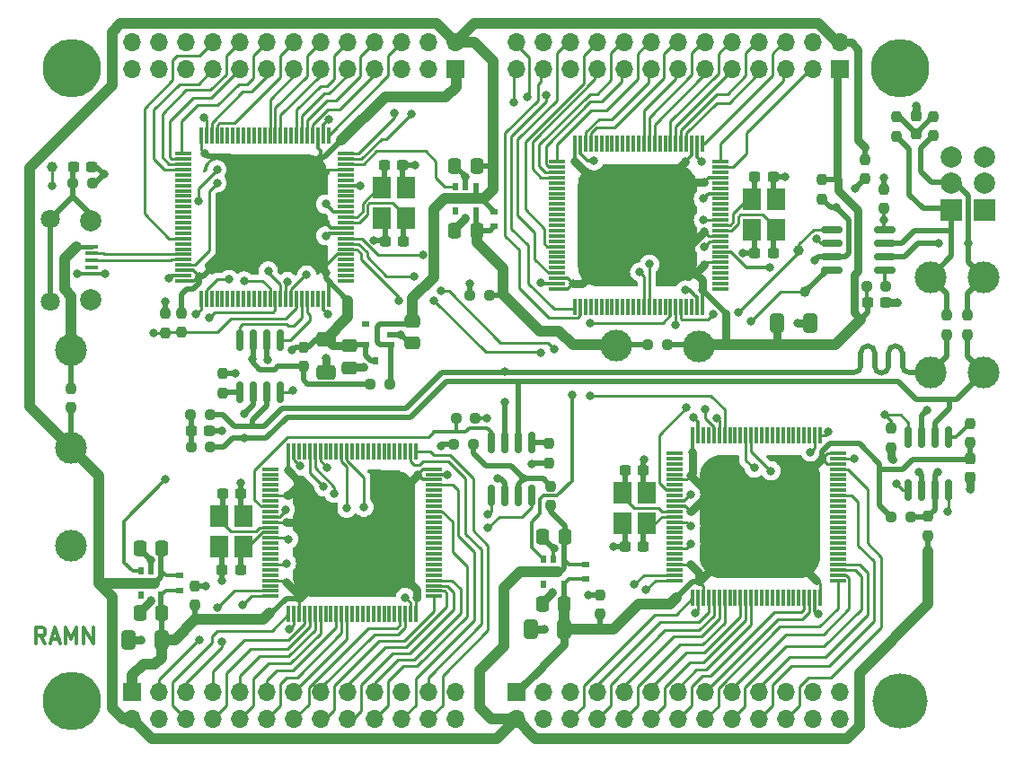
<source format=gtl>
%TF.GenerationSoftware,KiCad,Pcbnew,(6.0.7-1)-1*%
%TF.CreationDate,2022-09-30T10:31:31-05:00*%
%TF.ProjectId,ramn,72616d6e-2e6b-4696-9361-645f70636258,rev?*%
%TF.SameCoordinates,Original*%
%TF.FileFunction,Copper,L1,Top*%
%TF.FilePolarity,Positive*%
%FSLAX46Y46*%
G04 Gerber Fmt 4.6, Leading zero omitted, Abs format (unit mm)*
G04 Created by KiCad (PCBNEW (6.0.7-1)-1) date 2022-09-30 10:31:31*
%MOMM*%
%LPD*%
G01*
G04 APERTURE LIST*
G04 Aperture macros list*
%AMRoundRect*
0 Rectangle with rounded corners*
0 $1 Rounding radius*
0 $2 $3 $4 $5 $6 $7 $8 $9 X,Y pos of 4 corners*
0 Add a 4 corners polygon primitive as box body*
4,1,4,$2,$3,$4,$5,$6,$7,$8,$9,$2,$3,0*
0 Add four circle primitives for the rounded corners*
1,1,$1+$1,$2,$3*
1,1,$1+$1,$4,$5*
1,1,$1+$1,$6,$7*
1,1,$1+$1,$8,$9*
0 Add four rect primitives between the rounded corners*
20,1,$1+$1,$2,$3,$4,$5,0*
20,1,$1+$1,$4,$5,$6,$7,0*
20,1,$1+$1,$6,$7,$8,$9,0*
20,1,$1+$1,$8,$9,$2,$3,0*%
G04 Aperture macros list end*
%ADD10C,0.300000*%
%TA.AperFunction,NonConductor*%
%ADD11C,0.300000*%
%TD*%
%TA.AperFunction,SMDPad,CuDef*%
%ADD12C,1.000000*%
%TD*%
%TA.AperFunction,SMDPad,CuDef*%
%ADD13R,0.510000X0.700000*%
%TD*%
%TA.AperFunction,SMDPad,CuDef*%
%ADD14RoundRect,0.237500X0.237500X-0.250000X0.237500X0.250000X-0.237500X0.250000X-0.237500X-0.250000X0*%
%TD*%
%TA.AperFunction,ComponentPad*%
%ADD15C,5.200000*%
%TD*%
%TA.AperFunction,ComponentPad*%
%ADD16C,3.000000*%
%TD*%
%TA.AperFunction,ComponentPad*%
%ADD17R,1.700000X1.700000*%
%TD*%
%TA.AperFunction,ComponentPad*%
%ADD18O,1.700000X1.700000*%
%TD*%
%TA.AperFunction,ComponentPad*%
%ADD19R,2.000000X2.000000*%
%TD*%
%TA.AperFunction,ComponentPad*%
%ADD20C,2.000000*%
%TD*%
%TA.AperFunction,SMDPad,CuDef*%
%ADD21RoundRect,0.237500X-0.237500X0.250000X-0.237500X-0.250000X0.237500X-0.250000X0.237500X0.250000X0*%
%TD*%
%TA.AperFunction,SMDPad,CuDef*%
%ADD22RoundRect,0.237500X-0.300000X-0.237500X0.300000X-0.237500X0.300000X0.237500X-0.300000X0.237500X0*%
%TD*%
%TA.AperFunction,SMDPad,CuDef*%
%ADD23RoundRect,0.250000X-0.475000X0.337500X-0.475000X-0.337500X0.475000X-0.337500X0.475000X0.337500X0*%
%TD*%
%TA.AperFunction,SMDPad,CuDef*%
%ADD24RoundRect,0.075000X0.725000X0.075000X-0.725000X0.075000X-0.725000X-0.075000X0.725000X-0.075000X0*%
%TD*%
%TA.AperFunction,SMDPad,CuDef*%
%ADD25RoundRect,0.075000X0.075000X0.725000X-0.075000X0.725000X-0.075000X-0.725000X0.075000X-0.725000X0*%
%TD*%
%TA.AperFunction,SMDPad,CuDef*%
%ADD26RoundRect,0.250000X0.412500X0.650000X-0.412500X0.650000X-0.412500X-0.650000X0.412500X-0.650000X0*%
%TD*%
%TA.AperFunction,SMDPad,CuDef*%
%ADD27R,1.800000X2.100000*%
%TD*%
%TA.AperFunction,SMDPad,CuDef*%
%ADD28RoundRect,0.237500X0.300000X0.237500X-0.300000X0.237500X-0.300000X-0.237500X0.300000X-0.237500X0*%
%TD*%
%TA.AperFunction,SMDPad,CuDef*%
%ADD29RoundRect,0.237500X0.250000X0.237500X-0.250000X0.237500X-0.250000X-0.237500X0.250000X-0.237500X0*%
%TD*%
%TA.AperFunction,SMDPad,CuDef*%
%ADD30RoundRect,0.075000X-0.725000X-0.075000X0.725000X-0.075000X0.725000X0.075000X-0.725000X0.075000X0*%
%TD*%
%TA.AperFunction,SMDPad,CuDef*%
%ADD31RoundRect,0.075000X-0.075000X-0.725000X0.075000X-0.725000X0.075000X0.725000X-0.075000X0.725000X0*%
%TD*%
%TA.AperFunction,SMDPad,CuDef*%
%ADD32RoundRect,0.250000X-0.412500X-0.650000X0.412500X-0.650000X0.412500X0.650000X-0.412500X0.650000X0*%
%TD*%
%TA.AperFunction,SMDPad,CuDef*%
%ADD33R,0.600000X0.700000*%
%TD*%
%TA.AperFunction,ComponentPad*%
%ADD34C,5.500000*%
%TD*%
%TA.AperFunction,SMDPad,CuDef*%
%ADD35RoundRect,0.250000X0.337500X0.475000X-0.337500X0.475000X-0.337500X-0.475000X0.337500X-0.475000X0*%
%TD*%
%TA.AperFunction,SMDPad,CuDef*%
%ADD36RoundRect,0.150000X0.150000X-0.825000X0.150000X0.825000X-0.150000X0.825000X-0.150000X-0.825000X0*%
%TD*%
%TA.AperFunction,SMDPad,CuDef*%
%ADD37RoundRect,0.150000X-0.825000X-0.150000X0.825000X-0.150000X0.825000X0.150000X-0.825000X0.150000X0*%
%TD*%
%TA.AperFunction,SMDPad,CuDef*%
%ADD38RoundRect,0.150000X-0.150000X0.825000X-0.150000X-0.825000X0.150000X-0.825000X0.150000X0.825000X0*%
%TD*%
%TA.AperFunction,SMDPad,CuDef*%
%ADD39RoundRect,0.237500X-0.250000X-0.237500X0.250000X-0.237500X0.250000X0.237500X-0.250000X0.237500X0*%
%TD*%
%TA.AperFunction,SMDPad,CuDef*%
%ADD40R,0.700000X0.510000*%
%TD*%
%TA.AperFunction,SMDPad,CuDef*%
%ADD41RoundRect,0.237500X-0.237500X0.300000X-0.237500X-0.300000X0.237500X-0.300000X0.237500X0.300000X0*%
%TD*%
%TA.AperFunction,SMDPad,CuDef*%
%ADD42R,1.300000X0.450000*%
%TD*%
%TA.AperFunction,ComponentPad*%
%ADD43C,1.800000*%
%TD*%
%TA.AperFunction,SMDPad,CuDef*%
%ADD44R,0.700000X0.600000*%
%TD*%
%TA.AperFunction,SMDPad,CuDef*%
%ADD45RoundRect,0.250000X-0.650000X0.412500X-0.650000X-0.412500X0.650000X-0.412500X0.650000X0.412500X0*%
%TD*%
%TA.AperFunction,SMDPad,CuDef*%
%ADD46RoundRect,0.237500X0.237500X-0.300000X0.237500X0.300000X-0.237500X0.300000X-0.237500X-0.300000X0*%
%TD*%
%TA.AperFunction,ViaPad*%
%ADD47C,0.800000*%
%TD*%
%TA.AperFunction,ViaPad*%
%ADD48C,0.700000*%
%TD*%
%TA.AperFunction,Conductor*%
%ADD49C,0.250000*%
%TD*%
%TA.AperFunction,Conductor*%
%ADD50C,0.500000*%
%TD*%
%TA.AperFunction,Conductor*%
%ADD51C,0.800000*%
%TD*%
%TA.AperFunction,Conductor*%
%ADD52C,0.300000*%
%TD*%
%TA.AperFunction,Conductor*%
%ADD53C,1.000000*%
%TD*%
%TA.AperFunction,Conductor*%
%ADD54C,0.400000*%
%TD*%
G04 APERTURE END LIST*
D10*
D11*
X41978571Y-101278571D02*
X41478571Y-100564285D01*
X41121428Y-101278571D02*
X41121428Y-99778571D01*
X41692857Y-99778571D01*
X41835714Y-99850000D01*
X41907142Y-99921428D01*
X41978571Y-100064285D01*
X41978571Y-100278571D01*
X41907142Y-100421428D01*
X41835714Y-100492857D01*
X41692857Y-100564285D01*
X41121428Y-100564285D01*
X42550000Y-100850000D02*
X43264285Y-100850000D01*
X42407142Y-101278571D02*
X42907142Y-99778571D01*
X43407142Y-101278571D01*
X43907142Y-101278571D02*
X43907142Y-99778571D01*
X44407142Y-100850000D01*
X44907142Y-99778571D01*
X44907142Y-101278571D01*
X45621428Y-101278571D02*
X45621428Y-99778571D01*
X46478571Y-101278571D01*
X46478571Y-99778571D01*
D12*
X113005000Y-64230000D03*
D13*
X52875000Y-94430000D03*
X51925000Y-94430000D03*
X50975000Y-94430000D03*
X50975000Y-96750000D03*
X52875000Y-96750000D03*
D14*
X94305000Y-98530000D03*
X94305000Y-96705000D03*
D12*
X113605000Y-68130000D03*
D15*
X122555000Y-106680000D03*
D16*
X95770000Y-73140000D03*
D17*
X116840000Y-47117000D03*
D18*
X116840000Y-44577000D03*
X114300000Y-47117000D03*
X114300000Y-44577000D03*
X111760000Y-47117000D03*
X111760000Y-44577000D03*
X109220000Y-47117000D03*
X109220000Y-44577000D03*
X106680000Y-47117000D03*
X106680000Y-44577000D03*
X104140000Y-47117000D03*
X104140000Y-44577000D03*
X101600000Y-47117000D03*
X101600000Y-44577000D03*
X99060000Y-47117000D03*
X99060000Y-44577000D03*
X96520000Y-47117000D03*
X96520000Y-44577000D03*
X93980000Y-47117000D03*
X93980000Y-44577000D03*
X91440000Y-47117000D03*
X91440000Y-44577000D03*
X88900000Y-47117000D03*
X88900000Y-44577000D03*
X86360000Y-47117000D03*
X86360000Y-44577000D03*
D19*
X127405000Y-60360000D03*
X130505000Y-60360000D03*
D20*
X130505000Y-57860000D03*
X127405000Y-57860000D03*
X127405000Y-55360000D03*
X130505000Y-55360000D03*
D21*
X89605000Y-86430000D03*
X89605000Y-88255000D03*
X128905000Y-70317500D03*
X128905000Y-72142500D03*
D22*
X108842500Y-57230000D03*
X110567500Y-57230000D03*
D16*
X125405000Y-75730000D03*
X44405000Y-92030000D03*
D23*
X70605000Y-73192500D03*
X70605000Y-75267500D03*
D24*
X70330000Y-67080000D03*
X70330000Y-66580000D03*
X70330000Y-66080000D03*
X70330000Y-65580000D03*
X70330000Y-65080000D03*
X70330000Y-64580000D03*
X70330000Y-64080000D03*
X70330000Y-63580000D03*
X70330000Y-63080000D03*
X70330000Y-62580000D03*
X70330000Y-62080000D03*
X70330000Y-61580000D03*
X70330000Y-61080000D03*
X70330000Y-60580000D03*
X70330000Y-60080000D03*
X70330000Y-59580000D03*
X70330000Y-59080000D03*
X70330000Y-58580000D03*
X70330000Y-58080000D03*
X70330000Y-57580000D03*
X70330000Y-57080000D03*
X70330000Y-56580000D03*
X70330000Y-56080000D03*
X70330000Y-55580000D03*
X70330000Y-55080000D03*
D25*
X68655000Y-53405000D03*
X68155000Y-53405000D03*
X67655000Y-53405000D03*
X67155000Y-53405000D03*
X66655000Y-53405000D03*
X66155000Y-53405000D03*
X65655000Y-53405000D03*
X65155000Y-53405000D03*
X64655000Y-53405000D03*
X64155000Y-53405000D03*
X63655000Y-53405000D03*
X63155000Y-53405000D03*
X62655000Y-53405000D03*
X62155000Y-53405000D03*
X61655000Y-53405000D03*
X61155000Y-53405000D03*
X60655000Y-53405000D03*
X60155000Y-53405000D03*
X59655000Y-53405000D03*
X59155000Y-53405000D03*
X58655000Y-53405000D03*
X58155000Y-53405000D03*
X57655000Y-53405000D03*
X57155000Y-53405000D03*
X56655000Y-53405000D03*
D24*
X54980000Y-55080000D03*
X54980000Y-55580000D03*
X54980000Y-56080000D03*
X54980000Y-56580000D03*
X54980000Y-57080000D03*
X54980000Y-57580000D03*
X54980000Y-58080000D03*
X54980000Y-58580000D03*
X54980000Y-59080000D03*
X54980000Y-59580000D03*
X54980000Y-60080000D03*
X54980000Y-60580000D03*
X54980000Y-61080000D03*
X54980000Y-61580000D03*
X54980000Y-62080000D03*
X54980000Y-62580000D03*
X54980000Y-63080000D03*
X54980000Y-63580000D03*
X54980000Y-64080000D03*
X54980000Y-64580000D03*
X54980000Y-65080000D03*
X54980000Y-65580000D03*
X54980000Y-66080000D03*
X54980000Y-66580000D03*
X54980000Y-67080000D03*
D25*
X56655000Y-68755000D03*
X57155000Y-68755000D03*
X57655000Y-68755000D03*
X58155000Y-68755000D03*
X58655000Y-68755000D03*
X59155000Y-68755000D03*
X59655000Y-68755000D03*
X60155000Y-68755000D03*
X60655000Y-68755000D03*
X61155000Y-68755000D03*
X61655000Y-68755000D03*
X62155000Y-68755000D03*
X62655000Y-68755000D03*
X63155000Y-68755000D03*
X63655000Y-68755000D03*
X64155000Y-68755000D03*
X64655000Y-68755000D03*
X65155000Y-68755000D03*
X65655000Y-68755000D03*
X66155000Y-68755000D03*
X66655000Y-68755000D03*
X67155000Y-68755000D03*
X67655000Y-68755000D03*
X68155000Y-68755000D03*
X68655000Y-68755000D03*
D26*
X90905000Y-99930000D03*
X87780000Y-99930000D03*
D23*
X76605000Y-70855000D03*
X76605000Y-72930000D03*
D27*
X58355000Y-89280000D03*
X58355000Y-92180000D03*
X60655000Y-92180000D03*
X60655000Y-89280000D03*
D28*
X60367500Y-94330000D03*
X58642500Y-94330000D03*
D22*
X44642500Y-56330000D03*
X46367500Y-56330000D03*
D21*
X54805000Y-70117500D03*
X54805000Y-71942500D03*
D14*
X89405000Y-84230000D03*
X89405000Y-82405000D03*
D26*
X52905000Y-100930000D03*
X49780000Y-100930000D03*
D29*
X123517500Y-89330000D03*
X121692500Y-89330000D03*
D14*
X121005000Y-60230000D03*
X121005000Y-58405000D03*
D22*
X55730000Y-81230000D03*
X57455000Y-81230000D03*
D30*
X63230000Y-84830000D03*
X63230000Y-85330000D03*
X63230000Y-85830000D03*
X63230000Y-86330000D03*
X63230000Y-86830000D03*
X63230000Y-87330000D03*
X63230000Y-87830000D03*
X63230000Y-88330000D03*
X63230000Y-88830000D03*
X63230000Y-89330000D03*
X63230000Y-89830000D03*
X63230000Y-90330000D03*
X63230000Y-90830000D03*
X63230000Y-91330000D03*
X63230000Y-91830000D03*
X63230000Y-92330000D03*
X63230000Y-92830000D03*
X63230000Y-93330000D03*
X63230000Y-93830000D03*
X63230000Y-94330000D03*
X63230000Y-94830000D03*
X63230000Y-95330000D03*
X63230000Y-95830000D03*
X63230000Y-96330000D03*
X63230000Y-96830000D03*
D31*
X64905000Y-98505000D03*
X65405000Y-98505000D03*
X65905000Y-98505000D03*
X66405000Y-98505000D03*
X66905000Y-98505000D03*
X67405000Y-98505000D03*
X67905000Y-98505000D03*
X68405000Y-98505000D03*
X68905000Y-98505000D03*
X69405000Y-98505000D03*
X69905000Y-98505000D03*
X70405000Y-98505000D03*
X70905000Y-98505000D03*
X71405000Y-98505000D03*
X71905000Y-98505000D03*
X72405000Y-98505000D03*
X72905000Y-98505000D03*
X73405000Y-98505000D03*
X73905000Y-98505000D03*
X74405000Y-98505000D03*
X74905000Y-98505000D03*
X75405000Y-98505000D03*
X75905000Y-98505000D03*
X76405000Y-98505000D03*
X76905000Y-98505000D03*
D30*
X78580000Y-96830000D03*
X78580000Y-96330000D03*
X78580000Y-95830000D03*
X78580000Y-95330000D03*
X78580000Y-94830000D03*
X78580000Y-94330000D03*
X78580000Y-93830000D03*
X78580000Y-93330000D03*
X78580000Y-92830000D03*
X78580000Y-92330000D03*
X78580000Y-91830000D03*
X78580000Y-91330000D03*
X78580000Y-90830000D03*
X78580000Y-90330000D03*
X78580000Y-89830000D03*
X78580000Y-89330000D03*
X78580000Y-88830000D03*
X78580000Y-88330000D03*
X78580000Y-87830000D03*
X78580000Y-87330000D03*
X78580000Y-86830000D03*
X78580000Y-86330000D03*
X78580000Y-85830000D03*
X78580000Y-85330000D03*
X78580000Y-84830000D03*
D31*
X76905000Y-83155000D03*
X76405000Y-83155000D03*
X75905000Y-83155000D03*
X75405000Y-83155000D03*
X74905000Y-83155000D03*
X74405000Y-83155000D03*
X73905000Y-83155000D03*
X73405000Y-83155000D03*
X72905000Y-83155000D03*
X72405000Y-83155000D03*
X71905000Y-83155000D03*
X71405000Y-83155000D03*
X70905000Y-83155000D03*
X70405000Y-83155000D03*
X69905000Y-83155000D03*
X69405000Y-83155000D03*
X68905000Y-83155000D03*
X68405000Y-83155000D03*
X67905000Y-83155000D03*
X67405000Y-83155000D03*
X66905000Y-83155000D03*
X66405000Y-83155000D03*
X65905000Y-83155000D03*
X65405000Y-83155000D03*
X64905000Y-83155000D03*
D14*
X56105000Y-97655000D03*
X56105000Y-95830000D03*
D21*
X121705000Y-81005000D03*
X121705000Y-82830000D03*
D32*
X110980000Y-71030000D03*
X114105000Y-71030000D03*
D33*
X74505000Y-74630000D03*
X73105000Y-74630000D03*
D21*
X126905000Y-70317500D03*
X126905000Y-72142500D03*
D12*
X42655000Y-56330000D03*
D34*
X44450000Y-106680000D03*
D17*
X86360000Y-105900000D03*
D18*
X86360000Y-108440000D03*
X88900000Y-105900000D03*
X88900000Y-108440000D03*
X91440000Y-105900000D03*
X91440000Y-108440000D03*
X93980000Y-105900000D03*
X93980000Y-108440000D03*
X96520000Y-105900000D03*
X96520000Y-108440000D03*
X99060000Y-105900000D03*
X99060000Y-108440000D03*
X101600000Y-105900000D03*
X101600000Y-108440000D03*
X104140000Y-105900000D03*
X104140000Y-108440000D03*
X106680000Y-105900000D03*
X106680000Y-108440000D03*
X109220000Y-105900000D03*
X109220000Y-108440000D03*
X111760000Y-105900000D03*
X111760000Y-108440000D03*
X114300000Y-105900000D03*
X114300000Y-108440000D03*
X116840000Y-105900000D03*
X116840000Y-108440000D03*
D22*
X73942500Y-56130000D03*
X75667500Y-56130000D03*
D13*
X82555000Y-58170000D03*
X81605000Y-58170000D03*
X80655000Y-58170000D03*
X80655000Y-60490000D03*
X82555000Y-60490000D03*
D35*
X82642500Y-56230000D03*
X80567500Y-56230000D03*
D21*
X58705000Y-75817500D03*
X58705000Y-77642500D03*
D36*
X84000000Y-87305000D03*
X85270000Y-87305000D03*
X86540000Y-87305000D03*
X87810000Y-87305000D03*
X87810000Y-82355000D03*
X86540000Y-82355000D03*
X85270000Y-82355000D03*
X84000000Y-82355000D03*
D16*
X130405000Y-75730000D03*
D37*
X116130000Y-62225000D03*
X116130000Y-63495000D03*
X116130000Y-64765000D03*
X116130000Y-66035000D03*
X121080000Y-66035000D03*
X121080000Y-64765000D03*
X121080000Y-63495000D03*
X121080000Y-62225000D03*
D35*
X52962500Y-92330000D03*
X50887500Y-92330000D03*
D28*
X98367500Y-92130000D03*
X96642500Y-92130000D03*
D38*
X64110000Y-72655000D03*
X62840000Y-72655000D03*
X61570000Y-72655000D03*
X60300000Y-72655000D03*
X60300000Y-77605000D03*
X61570000Y-77605000D03*
X62840000Y-77605000D03*
X64110000Y-77605000D03*
D39*
X119380000Y-67630000D03*
X121205000Y-67630000D03*
D30*
X101330000Y-83330000D03*
X101330000Y-83830000D03*
X101330000Y-84330000D03*
X101330000Y-84830000D03*
X101330000Y-85330000D03*
X101330000Y-85830000D03*
X101330000Y-86330000D03*
X101330000Y-86830000D03*
X101330000Y-87330000D03*
X101330000Y-87830000D03*
X101330000Y-88330000D03*
X101330000Y-88830000D03*
X101330000Y-89330000D03*
X101330000Y-89830000D03*
X101330000Y-90330000D03*
X101330000Y-90830000D03*
X101330000Y-91330000D03*
X101330000Y-91830000D03*
X101330000Y-92330000D03*
X101330000Y-92830000D03*
X101330000Y-93330000D03*
X101330000Y-93830000D03*
X101330000Y-94330000D03*
X101330000Y-94830000D03*
X101330000Y-95330000D03*
D31*
X103005000Y-97005000D03*
X103505000Y-97005000D03*
X104005000Y-97005000D03*
X104505000Y-97005000D03*
X105005000Y-97005000D03*
X105505000Y-97005000D03*
X106005000Y-97005000D03*
X106505000Y-97005000D03*
X107005000Y-97005000D03*
X107505000Y-97005000D03*
X108005000Y-97005000D03*
X108505000Y-97005000D03*
X109005000Y-97005000D03*
X109505000Y-97005000D03*
X110005000Y-97005000D03*
X110505000Y-97005000D03*
X111005000Y-97005000D03*
X111505000Y-97005000D03*
X112005000Y-97005000D03*
X112505000Y-97005000D03*
X113005000Y-97005000D03*
X113505000Y-97005000D03*
X114005000Y-97005000D03*
X114505000Y-97005000D03*
X115005000Y-97005000D03*
D30*
X116680000Y-95330000D03*
X116680000Y-94830000D03*
X116680000Y-94330000D03*
X116680000Y-93830000D03*
X116680000Y-93330000D03*
X116680000Y-92830000D03*
X116680000Y-92330000D03*
X116680000Y-91830000D03*
X116680000Y-91330000D03*
X116680000Y-90830000D03*
X116680000Y-90330000D03*
X116680000Y-89830000D03*
X116680000Y-89330000D03*
X116680000Y-88830000D03*
X116680000Y-88330000D03*
X116680000Y-87830000D03*
X116680000Y-87330000D03*
X116680000Y-86830000D03*
X116680000Y-86330000D03*
X116680000Y-85830000D03*
X116680000Y-85330000D03*
X116680000Y-84830000D03*
X116680000Y-84330000D03*
X116680000Y-83830000D03*
X116680000Y-83330000D03*
D31*
X115005000Y-81655000D03*
X114505000Y-81655000D03*
X114005000Y-81655000D03*
X113505000Y-81655000D03*
X113005000Y-81655000D03*
X112505000Y-81655000D03*
X112005000Y-81655000D03*
X111505000Y-81655000D03*
X111005000Y-81655000D03*
X110505000Y-81655000D03*
X110005000Y-81655000D03*
X109505000Y-81655000D03*
X109005000Y-81655000D03*
X108505000Y-81655000D03*
X108005000Y-81655000D03*
X107505000Y-81655000D03*
X107005000Y-81655000D03*
X106505000Y-81655000D03*
X106005000Y-81655000D03*
X105505000Y-81655000D03*
X105005000Y-81655000D03*
X104505000Y-81655000D03*
X104005000Y-81655000D03*
X103505000Y-81655000D03*
X103005000Y-81655000D03*
D39*
X44592500Y-57830000D03*
X46417500Y-57830000D03*
X80692500Y-80030000D03*
X82517500Y-80030000D03*
D35*
X90905000Y-97530000D03*
X88830000Y-97530000D03*
D14*
X44405000Y-79042500D03*
X44405000Y-77217500D03*
D16*
X44405000Y-82830000D03*
D40*
X74505000Y-73080000D03*
X74505000Y-72130000D03*
X74505000Y-71180000D03*
X72185000Y-71180000D03*
X72185000Y-73080000D03*
D14*
X115205000Y-59342500D03*
X115205000Y-57517500D03*
D27*
X96355000Y-87080000D03*
X96355000Y-89980000D03*
X98655000Y-89980000D03*
X98655000Y-87080000D03*
D16*
X125405000Y-66730000D03*
D41*
X129105000Y-83867500D03*
X129105000Y-85592500D03*
D34*
X44450000Y-46990000D03*
D17*
X50165000Y-105900000D03*
D18*
X50165000Y-108440000D03*
X52705000Y-105900000D03*
X52705000Y-108440000D03*
X55245000Y-105900000D03*
X55245000Y-108440000D03*
X57785000Y-105900000D03*
X57785000Y-108440000D03*
X60325000Y-105900000D03*
X60325000Y-108440000D03*
X62865000Y-105900000D03*
X62865000Y-108440000D03*
X65405000Y-105900000D03*
X65405000Y-108440000D03*
X67945000Y-105900000D03*
X67945000Y-108440000D03*
X70485000Y-105900000D03*
X70485000Y-108440000D03*
X73025000Y-105900000D03*
X73025000Y-108440000D03*
X75565000Y-105900000D03*
X75565000Y-108440000D03*
X78105000Y-105900000D03*
X78105000Y-108440000D03*
X80645000Y-105900000D03*
X80645000Y-108440000D03*
D35*
X52962500Y-98430000D03*
X50887500Y-98430000D03*
D36*
X123300000Y-86805000D03*
X124570000Y-86805000D03*
X125840000Y-86805000D03*
X127110000Y-86805000D03*
X127110000Y-81855000D03*
X125840000Y-81855000D03*
X124570000Y-81855000D03*
X123300000Y-81855000D03*
D29*
X100617500Y-73130000D03*
X98792500Y-73130000D03*
D42*
X46305000Y-63830000D03*
X46305000Y-64480000D03*
X46305000Y-65130000D03*
X46305000Y-65780000D03*
X46305000Y-66430000D03*
D43*
X42455000Y-61255000D03*
D20*
X46255000Y-61405000D03*
D43*
X42455000Y-69005000D03*
D20*
X46255000Y-68855000D03*
D14*
X129105000Y-82330000D03*
X129105000Y-80505000D03*
D24*
X105580000Y-67830000D03*
X105580000Y-67330000D03*
X105580000Y-66830000D03*
X105580000Y-66330000D03*
X105580000Y-65830000D03*
X105580000Y-65330000D03*
X105580000Y-64830000D03*
X105580000Y-64330000D03*
X105580000Y-63830000D03*
X105580000Y-63330000D03*
X105580000Y-62830000D03*
X105580000Y-62330000D03*
X105580000Y-61830000D03*
X105580000Y-61330000D03*
X105580000Y-60830000D03*
X105580000Y-60330000D03*
X105580000Y-59830000D03*
X105580000Y-59330000D03*
X105580000Y-58830000D03*
X105580000Y-58330000D03*
X105580000Y-57830000D03*
X105580000Y-57330000D03*
X105580000Y-56830000D03*
X105580000Y-56330000D03*
X105580000Y-55830000D03*
D25*
X103905000Y-54155000D03*
X103405000Y-54155000D03*
X102905000Y-54155000D03*
X102405000Y-54155000D03*
X101905000Y-54155000D03*
X101405000Y-54155000D03*
X100905000Y-54155000D03*
X100405000Y-54155000D03*
X99905000Y-54155000D03*
X99405000Y-54155000D03*
X98905000Y-54155000D03*
X98405000Y-54155000D03*
X97905000Y-54155000D03*
X97405000Y-54155000D03*
X96905000Y-54155000D03*
X96405000Y-54155000D03*
X95905000Y-54155000D03*
X95405000Y-54155000D03*
X94905000Y-54155000D03*
X94405000Y-54155000D03*
X93905000Y-54155000D03*
X93405000Y-54155000D03*
X92905000Y-54155000D03*
X92405000Y-54155000D03*
X91905000Y-54155000D03*
D24*
X90230000Y-55830000D03*
X90230000Y-56330000D03*
X90230000Y-56830000D03*
X90230000Y-57330000D03*
X90230000Y-57830000D03*
X90230000Y-58330000D03*
X90230000Y-58830000D03*
X90230000Y-59330000D03*
X90230000Y-59830000D03*
X90230000Y-60330000D03*
X90230000Y-60830000D03*
X90230000Y-61330000D03*
X90230000Y-61830000D03*
X90230000Y-62330000D03*
X90230000Y-62830000D03*
X90230000Y-63330000D03*
X90230000Y-63830000D03*
X90230000Y-64330000D03*
X90230000Y-64830000D03*
X90230000Y-65330000D03*
X90230000Y-65830000D03*
X90230000Y-66330000D03*
X90230000Y-66830000D03*
X90230000Y-67330000D03*
X90230000Y-67830000D03*
D25*
X91905000Y-69505000D03*
X92405000Y-69505000D03*
X92905000Y-69505000D03*
X93405000Y-69505000D03*
X93905000Y-69505000D03*
X94405000Y-69505000D03*
X94905000Y-69505000D03*
X95405000Y-69505000D03*
X95905000Y-69505000D03*
X96405000Y-69505000D03*
X96905000Y-69505000D03*
X97405000Y-69505000D03*
X97905000Y-69505000D03*
X98405000Y-69505000D03*
X98905000Y-69505000D03*
X99405000Y-69505000D03*
X99905000Y-69505000D03*
X100405000Y-69505000D03*
X100905000Y-69505000D03*
X101405000Y-69505000D03*
X101905000Y-69505000D03*
X102405000Y-69505000D03*
X102905000Y-69505000D03*
X103405000Y-69505000D03*
X103905000Y-69505000D03*
D17*
X80645000Y-47117000D03*
D18*
X80645000Y-44577000D03*
X78105000Y-47117000D03*
X78105000Y-44577000D03*
X75565000Y-47117000D03*
X75565000Y-44577000D03*
X73025000Y-47117000D03*
X73025000Y-44577000D03*
X70485000Y-47117000D03*
X70485000Y-44577000D03*
X67945000Y-47117000D03*
X67945000Y-44577000D03*
X65405000Y-47117000D03*
X65405000Y-44577000D03*
X62865000Y-47117000D03*
X62865000Y-44577000D03*
X60325000Y-47117000D03*
X60325000Y-44577000D03*
X57785000Y-47117000D03*
X57785000Y-44577000D03*
X55245000Y-47117000D03*
X55245000Y-44577000D03*
X52705000Y-47117000D03*
X52705000Y-44577000D03*
X50165000Y-47117000D03*
X50165000Y-44577000D03*
D22*
X96642500Y-84930000D03*
X98367500Y-84930000D03*
D21*
X125670000Y-51567500D03*
X125670000Y-53392500D03*
D35*
X90942500Y-91230000D03*
X88867500Y-91230000D03*
D14*
X53305000Y-71967500D03*
X53305000Y-70142500D03*
D29*
X57505000Y-79730000D03*
X55680000Y-79730000D03*
D16*
X103580000Y-73230000D03*
D29*
X83817500Y-68430000D03*
X81992500Y-68430000D03*
D44*
X84305000Y-60530000D03*
X84305000Y-61930000D03*
D13*
X90842500Y-93370000D03*
X89892500Y-93370000D03*
X88942500Y-93370000D03*
X88942500Y-95690000D03*
X90842500Y-95690000D03*
D14*
X122240000Y-53440000D03*
X122240000Y-51615000D03*
D29*
X74417500Y-76830000D03*
X72592500Y-76830000D03*
D22*
X58705000Y-87130000D03*
X60430000Y-87130000D03*
D21*
X66305000Y-73305000D03*
X66305000Y-75130000D03*
D22*
X119480000Y-69130000D03*
X121205000Y-69130000D03*
D44*
X54605000Y-94890000D03*
X54605000Y-96290000D03*
D45*
X68405000Y-72567500D03*
X68405000Y-75692500D03*
D16*
X130405000Y-66730000D03*
D35*
X82642500Y-62330000D03*
X80567500Y-62330000D03*
D44*
X92892500Y-93830000D03*
X92892500Y-95230000D03*
D27*
X75955000Y-61180000D03*
X75955000Y-58280000D03*
X73655000Y-58280000D03*
X73655000Y-61180000D03*
D39*
X55705000Y-82730000D03*
X57530000Y-82730000D03*
D16*
X44405000Y-73580000D03*
D27*
X110855000Y-62280000D03*
X110855000Y-59380000D03*
X108555000Y-59380000D03*
X108555000Y-62280000D03*
D29*
X82330000Y-82530000D03*
X80505000Y-82530000D03*
D28*
X75730000Y-63330000D03*
X74005000Y-63330000D03*
X110567500Y-64430000D03*
X108842500Y-64430000D03*
D46*
X124040000Y-53215000D03*
X124040000Y-51490000D03*
D14*
X119205000Y-57455000D03*
X119205000Y-55630000D03*
D21*
X125205000Y-89305000D03*
X125205000Y-91130000D03*
D34*
X122555000Y-46990000D03*
D47*
X42655000Y-58080000D03*
X52205000Y-72030000D03*
X72954647Y-63280353D03*
X84605000Y-85730000D03*
X129105000Y-86730000D03*
X56905000Y-51630000D03*
X51905000Y-93430000D03*
X121005000Y-57330000D03*
X53305000Y-69030000D03*
X102805000Y-87230000D03*
X81605000Y-57230000D03*
X88705000Y-67230000D03*
X104005000Y-59330000D03*
X122305000Y-69130000D03*
X107705000Y-64430000D03*
X68405000Y-62830000D03*
X58605000Y-95330000D03*
X124305000Y-85130000D03*
X51905000Y-97230000D03*
X114805000Y-98530000D03*
X93205000Y-96730000D03*
X81605000Y-61130000D03*
X121905000Y-83930000D03*
X89005000Y-99930000D03*
X64935034Y-99946078D03*
X111705000Y-57230000D03*
X104105000Y-63830000D03*
X75505000Y-72130000D03*
X45005000Y-66430000D03*
X124040000Y-50560000D03*
X112905000Y-71030000D03*
X62905000Y-74530000D03*
X72005000Y-75230000D03*
X118205000Y-83830000D03*
X68605000Y-70230000D03*
X71655000Y-58080000D03*
X89905000Y-92330000D03*
X58605000Y-81230000D03*
X79906689Y-85337122D03*
X114705000Y-63130000D03*
X64605000Y-88630000D03*
X68405000Y-74330000D03*
X89805000Y-96430000D03*
X53605000Y-66830000D03*
X75905000Y-96930000D03*
X60405000Y-86130000D03*
X95505000Y-92130000D03*
X82005000Y-67330000D03*
X93705000Y-55730000D03*
X47605000Y-66430000D03*
X103205000Y-98430000D03*
X57105000Y-95830000D03*
X47505000Y-57030000D03*
X68655000Y-51830000D03*
X103805000Y-55830000D03*
X83605000Y-80030000D03*
X64705000Y-93730000D03*
X102305000Y-67930000D03*
X102805000Y-91930000D03*
X98405000Y-83930000D03*
X51005000Y-100930000D03*
X76805000Y-56130000D03*
X66005000Y-84530000D03*
X103105000Y-79977335D03*
X68405000Y-59830000D03*
X56480500Y-66630000D03*
X65205000Y-73630000D03*
D48*
X68405000Y-61580000D03*
D47*
X59905000Y-75830000D03*
X57005000Y-55030000D03*
D48*
X68405000Y-56830000D03*
D47*
X68405000Y-66330000D03*
D48*
X67905000Y-55430000D03*
D47*
X64905000Y-91430000D03*
X64705000Y-95530000D03*
X64805000Y-87330000D03*
X64705000Y-89830000D03*
X79305000Y-82630000D03*
X65905000Y-97030000D03*
X77005000Y-96930000D03*
X77105000Y-85330000D03*
X87805000Y-84330000D03*
X64905000Y-84930000D03*
X102805000Y-90230000D03*
X103605000Y-95430000D03*
X114705000Y-95330000D03*
X102805000Y-88830000D03*
X102805000Y-85430000D03*
X103005000Y-83230000D03*
X115205000Y-83830000D03*
X102805000Y-93830000D03*
X104005000Y-61330000D03*
X91705000Y-67330000D03*
X104055000Y-57780000D03*
X104105000Y-62430000D03*
X102305000Y-55830000D03*
X104105000Y-65530000D03*
X91905000Y-55830000D03*
X103905000Y-67930000D03*
X129005000Y-63530000D03*
X126205000Y-63530000D03*
X76505000Y-51330000D03*
X74905000Y-51230000D03*
X58155000Y-57830000D03*
X59305000Y-66930000D03*
X56205000Y-70230000D03*
X60705000Y-67080000D03*
X58155000Y-56580000D03*
X56405000Y-59530000D03*
X57405000Y-70530000D03*
X56505000Y-100930000D03*
X58205000Y-97930000D03*
X60605000Y-97630000D03*
X58630000Y-101150000D03*
X72005000Y-88430000D03*
X70405000Y-88530000D03*
X97505000Y-95730000D03*
X98605000Y-96230000D03*
X114105000Y-83230000D03*
X115805000Y-81330000D03*
X110370000Y-85000000D03*
X108805000Y-84730000D03*
X89205000Y-49530000D03*
X86150000Y-50275000D03*
X98005000Y-66230000D03*
X98931696Y-65508643D03*
X87405000Y-49730000D03*
X85305000Y-75630000D03*
X125105000Y-79280000D03*
X85305000Y-78530000D03*
X60755000Y-79580000D03*
X60755000Y-81930000D03*
X121105000Y-79730000D03*
X102405000Y-79030000D03*
X121005000Y-61330000D03*
X110305000Y-65830000D03*
X101405000Y-71230000D03*
X108505000Y-70930000D03*
X107305000Y-70030000D03*
X104905000Y-70230000D03*
X65305000Y-77430000D03*
X64805000Y-67130000D03*
X66605000Y-66530000D03*
X68505000Y-84655500D03*
X83705000Y-90384595D03*
X69205000Y-87130000D03*
X83705000Y-89130000D03*
X68228056Y-86506944D03*
X53305000Y-85830000D03*
X63005000Y-66130000D03*
X79305000Y-68030000D03*
X89951364Y-73522476D03*
X76705000Y-66630000D03*
X93305000Y-77930000D03*
X127005000Y-88830000D03*
X105305000Y-80030000D03*
X104205000Y-79230000D03*
X122205000Y-86230000D03*
X91605000Y-77830000D03*
X75305000Y-68930000D03*
X88705000Y-73830000D03*
X78605000Y-68930000D03*
X77555500Y-64630000D03*
X93305000Y-71030000D03*
X61505000Y-74430000D03*
X87105000Y-85730000D03*
X126105000Y-85130000D03*
X114505000Y-65130000D03*
X116505000Y-60130000D03*
X118305000Y-58330000D03*
D49*
X52205000Y-72030000D02*
X52267500Y-71967500D01*
X54805000Y-71942500D02*
X53430000Y-71942500D01*
X42655000Y-56330000D02*
X42655000Y-58080000D01*
X52267500Y-71967500D02*
X53405000Y-71967500D01*
X65655000Y-69580000D02*
X64605000Y-70630000D01*
X64605000Y-70630000D02*
X59505000Y-70630000D01*
X65655000Y-68755000D02*
X65655000Y-69580000D01*
X59505000Y-70630000D02*
X58192500Y-71942500D01*
X58192500Y-71942500D02*
X54805000Y-71942500D01*
D50*
X44592500Y-57830000D02*
X44592500Y-59117500D01*
X42455000Y-61255000D02*
X44592500Y-59117500D01*
X42455000Y-69005000D02*
X42455000Y-61255000D01*
X44592500Y-57830000D02*
X44592500Y-56380000D01*
X44592500Y-59117500D02*
X46255000Y-60780000D01*
D51*
X50887500Y-98247500D02*
X51905000Y-97230000D01*
D52*
X105580000Y-58830000D02*
X104505000Y-58830000D01*
D50*
X60430000Y-87130000D02*
X60430000Y-86155000D01*
X58642500Y-95292500D02*
X58605000Y-95330000D01*
X110567500Y-57230000D02*
X111705000Y-57230000D01*
X88867500Y-91305000D02*
X89892500Y-92330000D01*
D52*
X103105000Y-79977335D02*
X103505000Y-80377335D01*
D49*
X57155000Y-53405000D02*
X57155000Y-51880000D01*
D52*
X92405000Y-54155000D02*
X92405000Y-55030000D01*
D51*
X121705000Y-83730000D02*
X121905000Y-83930000D01*
D50*
X121005000Y-58405000D02*
X121005000Y-57330000D01*
X57455000Y-81230000D02*
X58605000Y-81230000D01*
D52*
X68655000Y-62580000D02*
X68405000Y-62830000D01*
D50*
X81992500Y-67342500D02*
X82005000Y-67330000D01*
D49*
X63230000Y-89330000D02*
X64024975Y-89330000D01*
D50*
X96642500Y-92130000D02*
X96642500Y-90267500D01*
X75505000Y-72130000D02*
X76305000Y-72930000D01*
D52*
X68155000Y-53405000D02*
X68155000Y-52330000D01*
D50*
X60430000Y-87130000D02*
X60430000Y-89055000D01*
X124570000Y-86805000D02*
X124570000Y-85395000D01*
D52*
X79906689Y-85337122D02*
X79899567Y-85330000D01*
D49*
X65405000Y-99476112D02*
X64935034Y-99946078D01*
D50*
X56105000Y-95830000D02*
X57105000Y-95830000D01*
X81602005Y-57185789D02*
X81523289Y-57185789D01*
D52*
X102205000Y-87830000D02*
X101330000Y-87830000D01*
X103405000Y-54155000D02*
X103405000Y-55430000D01*
X89892500Y-93370000D02*
X89892500Y-92330000D01*
D49*
X57155000Y-51880000D02*
X56905000Y-51630000D01*
D50*
X94305000Y-96705000D02*
X93230000Y-96705000D01*
X51925000Y-94430000D02*
X51925000Y-93450000D01*
D52*
X114505000Y-98230000D02*
X114805000Y-98530000D01*
D50*
X62840000Y-72655000D02*
X62840000Y-74465000D01*
D52*
X103505000Y-80377335D02*
X103505000Y-81655000D01*
D50*
X84905000Y-85730000D02*
X85270000Y-86095000D01*
X84605000Y-85730000D02*
X84905000Y-85730000D01*
D51*
X129105000Y-85592500D02*
X129105000Y-86730000D01*
D52*
X114505000Y-97005000D02*
X114505000Y-98230000D01*
D51*
X80567500Y-62167500D02*
X81605000Y-61130000D01*
D52*
X53855000Y-66580000D02*
X54980000Y-66580000D01*
D50*
X53305000Y-70142500D02*
X53305000Y-69030000D01*
D51*
X124040000Y-51490000D02*
X124040000Y-50560000D01*
D50*
X58642500Y-94330000D02*
X58642500Y-92467500D01*
D52*
X103180000Y-68405000D02*
X102705000Y-67930000D01*
D50*
X60430000Y-86155000D02*
X60405000Y-86130000D01*
D49*
X101330000Y-92330000D02*
X102405000Y-92330000D01*
D52*
X70330000Y-62580000D02*
X68655000Y-62580000D01*
X88805000Y-67330000D02*
X88705000Y-67230000D01*
D49*
X64024975Y-89330000D02*
X64605000Y-88749975D01*
X63230000Y-93830000D02*
X64605000Y-93830000D01*
D50*
X72954647Y-63280353D02*
X73955353Y-63280353D01*
D51*
X121205000Y-69130000D02*
X122305000Y-69130000D01*
D52*
X115070000Y-63495000D02*
X116130000Y-63495000D01*
D49*
X65405000Y-98505000D02*
X65405000Y-99476112D01*
X105580000Y-63330000D02*
X104605000Y-63330000D01*
D52*
X93105000Y-55730000D02*
X93705000Y-55730000D01*
D50*
X96642500Y-92130000D02*
X95505000Y-92130000D01*
D52*
X103405000Y-55430000D02*
X103805000Y-55830000D01*
X103405000Y-69505000D02*
X103405000Y-68619950D01*
D49*
X64605000Y-88749975D02*
X64605000Y-88630000D01*
D51*
X72005000Y-75230000D02*
X70642500Y-75230000D01*
D52*
X46305000Y-66430000D02*
X45005000Y-66430000D01*
D50*
X98367500Y-83967500D02*
X98405000Y-83930000D01*
D52*
X82517500Y-80030000D02*
X83605000Y-80030000D01*
D49*
X76405000Y-97430000D02*
X75905000Y-96930000D01*
X116680000Y-83830000D02*
X118205000Y-83830000D01*
X65405000Y-83949975D02*
X65985025Y-84530000D01*
X64605000Y-93830000D02*
X64705000Y-93730000D01*
D50*
X108842500Y-64430000D02*
X107705000Y-64430000D01*
D52*
X103190050Y-68405000D02*
X103180000Y-68405000D01*
X103405000Y-68619950D02*
X103190050Y-68405000D01*
D51*
X87780000Y-99930000D02*
X89005000Y-99930000D01*
D50*
X81992500Y-68430000D02*
X81992500Y-67342500D01*
D52*
X53605000Y-66830000D02*
X53855000Y-66580000D01*
D49*
X103505000Y-97005000D02*
X103505000Y-98130000D01*
D52*
X68605000Y-70230000D02*
X68155000Y-69780000D01*
D50*
X46367500Y-56330000D02*
X46805000Y-56330000D01*
X46805000Y-56330000D02*
X47505000Y-57030000D01*
D52*
X70330000Y-58080000D02*
X71405000Y-58080000D01*
D50*
X93230000Y-96705000D02*
X93205000Y-96730000D01*
X81605000Y-57188784D02*
X81602005Y-57185789D01*
X110567500Y-57230000D02*
X110567500Y-59092500D01*
X85270000Y-86095000D02*
X85270000Y-87305000D01*
D52*
X102805000Y-87230000D02*
X102205000Y-87830000D01*
D50*
X46417500Y-57830000D02*
X46705000Y-57830000D01*
X75667500Y-56130000D02*
X75667500Y-57992500D01*
X75667500Y-56130000D02*
X76805000Y-56130000D01*
D51*
X88830000Y-97405000D02*
X89805000Y-96430000D01*
D50*
X124570000Y-85395000D02*
X124305000Y-85130000D01*
D52*
X79899567Y-85330000D02*
X78580000Y-85330000D01*
D49*
X103505000Y-98130000D02*
X103205000Y-98430000D01*
D52*
X92405000Y-55030000D02*
X93105000Y-55730000D01*
D50*
X62840000Y-74465000D02*
X62905000Y-74530000D01*
X81523289Y-57185789D02*
X80567500Y-56230000D01*
D52*
X90230000Y-67330000D02*
X88805000Y-67330000D01*
X68155000Y-52330000D02*
X68655000Y-51830000D01*
X104505000Y-58830000D02*
X104005000Y-59330000D01*
D50*
X50887500Y-92412500D02*
X51905000Y-93430000D01*
D51*
X114105000Y-71030000D02*
X112905000Y-71030000D01*
D52*
X46305000Y-66430000D02*
X47605000Y-66430000D01*
D51*
X121705000Y-82830000D02*
X121705000Y-83730000D01*
D50*
X74005000Y-63330000D02*
X74005000Y-61530000D01*
X108842500Y-64430000D02*
X108842500Y-62567500D01*
D52*
X68155000Y-69780000D02*
X68155000Y-68755000D01*
D49*
X102405000Y-92330000D02*
X102805000Y-91930000D01*
D51*
X49780000Y-100930000D02*
X51005000Y-100930000D01*
D52*
X102705000Y-67930000D02*
X102305000Y-67930000D01*
D50*
X81605000Y-58170000D02*
X81605000Y-57188784D01*
X98367500Y-84930000D02*
X98367500Y-86792500D01*
D51*
X68405000Y-74330000D02*
X68405000Y-75692500D01*
D50*
X46705000Y-57830000D02*
X47505000Y-57030000D01*
X51925000Y-93450000D02*
X51905000Y-93430000D01*
D52*
X71405000Y-58080000D02*
X71655000Y-58080000D01*
D50*
X74505000Y-72130000D02*
X75505000Y-72130000D01*
D52*
X114705000Y-63130000D02*
X115070000Y-63495000D01*
D49*
X65405000Y-83155000D02*
X65405000Y-83949975D01*
X76405000Y-98505000D02*
X76405000Y-97430000D01*
D50*
X98367500Y-84930000D02*
X98367500Y-83967500D01*
D49*
X104605000Y-63330000D02*
X104105000Y-63830000D01*
D50*
X58642500Y-94330000D02*
X58642500Y-95292500D01*
D52*
X75505000Y-72130000D02*
X74565000Y-72130000D01*
D50*
X55730000Y-81230000D02*
X55730000Y-79780000D01*
X55705000Y-82730000D02*
X55705000Y-81255000D01*
X122440000Y-51615000D02*
X124040000Y-53215000D01*
X125697500Y-51540000D02*
X124040000Y-53197500D01*
D49*
X75955000Y-60980000D02*
X74705000Y-59730000D01*
D50*
X75730000Y-63330000D02*
X75730000Y-61405000D01*
D49*
X71555000Y-61580000D02*
X70330000Y-61580000D01*
X72305000Y-59930000D02*
X72305000Y-60830000D01*
X74705000Y-59730000D02*
X72505000Y-59730000D01*
X72305000Y-60830000D02*
X71555000Y-61580000D01*
X72505000Y-59730000D02*
X72305000Y-59930000D01*
D52*
X69155000Y-60580000D02*
X70330000Y-60580000D01*
X68405000Y-59830000D02*
X69155000Y-60580000D01*
D49*
X71355000Y-61080000D02*
X70330000Y-61080000D01*
X71905000Y-59764315D02*
X71905000Y-60530000D01*
D50*
X73942500Y-56130000D02*
X73942500Y-57992500D01*
D49*
X73389315Y-58280000D02*
X71905000Y-59764315D01*
X71905000Y-60530000D02*
X71355000Y-61080000D01*
D50*
X62805000Y-56330000D02*
X60405000Y-56330000D01*
X70505000Y-68930000D02*
X68405000Y-66830000D01*
X65530000Y-73305000D02*
X65205000Y-73630000D01*
D51*
X69030000Y-73192500D02*
X68405000Y-72567500D01*
D50*
X72185000Y-74110000D02*
X72185000Y-73080000D01*
D52*
X56480500Y-66630000D02*
X55930500Y-66080000D01*
X56030500Y-67080000D02*
X56480500Y-66630000D01*
D50*
X55905000Y-67830000D02*
X56505000Y-67230000D01*
X72185000Y-73080000D02*
X70717500Y-73080000D01*
X66305000Y-73305000D02*
X65530000Y-73305000D01*
D53*
X68405000Y-72567500D02*
X70505000Y-70467500D01*
D52*
X68655000Y-67080000D02*
X68405000Y-66830000D01*
D50*
X68405000Y-72567500D02*
X67467500Y-72567500D01*
D53*
X70505000Y-70467500D02*
X70505000Y-68930000D01*
D50*
X59905000Y-75830000D02*
X58717500Y-75830000D01*
X59405000Y-55330000D02*
X57305000Y-55330000D01*
D52*
X55930500Y-66080000D02*
X54980000Y-66080000D01*
D50*
X67905000Y-56330000D02*
X68405000Y-56830000D01*
X57305000Y-55330000D02*
X57005000Y-55030000D01*
X62805000Y-60730000D02*
X62805000Y-56330000D01*
D53*
X74005000Y-49730000D02*
X69905000Y-53830000D01*
D49*
X56655000Y-54680000D02*
X57005000Y-55030000D01*
D50*
X60405000Y-63080000D02*
X60455000Y-63080000D01*
X56480500Y-66630000D02*
X56855000Y-66630000D01*
X56505000Y-66654500D02*
X56480500Y-66630000D01*
X68405000Y-61580000D02*
X65755000Y-61580000D01*
X54805000Y-68330000D02*
X55305000Y-67830000D01*
D49*
X68655000Y-56580000D02*
X70330000Y-56580000D01*
D50*
X64705000Y-62630000D02*
X68405000Y-66330000D01*
X55305000Y-67830000D02*
X55905000Y-67830000D01*
D51*
X70605000Y-73192500D02*
X69030000Y-73192500D01*
D52*
X68905000Y-62080000D02*
X68405000Y-61580000D01*
D50*
X62805000Y-56330000D02*
X67905000Y-56330000D01*
D52*
X68405000Y-65674670D02*
X69499670Y-64580000D01*
X67655000Y-54580000D02*
X67655000Y-53405000D01*
X68405000Y-66330000D02*
X68405000Y-65674670D01*
D50*
X66730000Y-73305000D02*
X66305000Y-73305000D01*
X65755000Y-61580000D02*
X64705000Y-62630000D01*
D52*
X54980000Y-67080000D02*
X56030500Y-67080000D01*
X67905000Y-54830000D02*
X67655000Y-54580000D01*
D50*
X64705000Y-62630000D02*
X62805000Y-60730000D01*
D53*
X80680000Y-48755000D02*
X79705000Y-49730000D01*
D50*
X73105000Y-74630000D02*
X72705000Y-74630000D01*
X69905000Y-53830000D02*
X68305000Y-55430000D01*
X56855000Y-66630000D02*
X60405000Y-63080000D01*
D52*
X67905000Y-55430000D02*
X67905000Y-54830000D01*
D49*
X68405000Y-56830000D02*
X68655000Y-56580000D01*
D52*
X68655000Y-68755000D02*
X68655000Y-67080000D01*
D50*
X67905000Y-55430000D02*
X67905000Y-56330000D01*
D52*
X70330000Y-62080000D02*
X68905000Y-62080000D01*
D50*
X60455000Y-63080000D02*
X62805000Y-60730000D01*
X72705000Y-74630000D02*
X72185000Y-74110000D01*
D49*
X56655000Y-53405000D02*
X56655000Y-54680000D01*
D50*
X67467500Y-72567500D02*
X66730000Y-73305000D01*
X54805000Y-70117500D02*
X54805000Y-68330000D01*
X68305000Y-55430000D02*
X67905000Y-55430000D01*
D53*
X80680000Y-47170000D02*
X80680000Y-48755000D01*
D50*
X60405000Y-56330000D02*
X59405000Y-55330000D01*
X56505000Y-67230000D02*
X56505000Y-66654500D01*
D52*
X69499670Y-64580000D02*
X70330000Y-64580000D01*
D50*
X68405000Y-66830000D02*
X68405000Y-66330000D01*
D53*
X79705000Y-49730000D02*
X74005000Y-49730000D01*
X116630000Y-44580000D02*
X114810000Y-42760000D01*
X78605000Y-66730000D02*
X78605000Y-60330000D01*
X84550000Y-110250000D02*
X51975000Y-110250000D01*
D50*
X84305000Y-60530000D02*
X83305000Y-59530000D01*
D51*
X118590000Y-45215000D02*
X117955000Y-44580000D01*
D50*
X73305000Y-72830000D02*
X73305000Y-71430000D01*
D53*
X48300000Y-96925000D02*
X48300000Y-107400000D01*
X51975000Y-110250000D02*
X50165000Y-108440000D01*
X78830000Y-42780000D02*
X49070000Y-42780000D01*
D50*
X74505000Y-74630000D02*
X74505000Y-76742500D01*
X90942500Y-91230000D02*
X90942500Y-90167500D01*
D53*
X86705000Y-94530000D02*
X85205000Y-96030000D01*
D50*
X74505000Y-73080000D02*
X73555000Y-73080000D01*
X73555000Y-71180000D02*
X74505000Y-71180000D01*
X52875000Y-94430000D02*
X52875000Y-95060000D01*
X89605000Y-88830000D02*
X89605000Y-88255000D01*
D53*
X118700000Y-104100000D02*
X125205000Y-97595000D01*
X40520000Y-56380000D02*
X40520000Y-78915000D01*
X84205000Y-46380000D02*
X82405000Y-44580000D01*
D52*
X53335000Y-94890000D02*
X54605000Y-94890000D01*
D53*
X76605000Y-68730000D02*
X78605000Y-66730000D01*
D50*
X83305000Y-59530000D02*
X83305000Y-59330000D01*
D53*
X47005000Y-95630000D02*
X47005000Y-85430000D01*
X80630000Y-44580000D02*
X78830000Y-42780000D01*
D52*
X74565000Y-73080000D02*
X73555000Y-73080000D01*
D50*
X90842500Y-94192500D02*
X90605000Y-94430000D01*
D53*
X47005000Y-95630000D02*
X48300000Y-96925000D01*
X85205000Y-101530000D02*
X82890000Y-103845000D01*
D50*
X73555000Y-73080000D02*
X73305000Y-72830000D01*
D53*
X40520000Y-78915000D02*
X40505000Y-78930000D01*
X49340000Y-108440000D02*
X50165000Y-108440000D01*
X84205000Y-58430000D02*
X84205000Y-56230000D01*
X82890000Y-105450000D02*
X82905000Y-105465000D01*
X85205000Y-96030000D02*
X85205000Y-101530000D01*
X117570000Y-110240000D02*
X118700000Y-109110000D01*
D50*
X90842500Y-93370000D02*
X90842500Y-91330000D01*
X74505000Y-71180000D02*
X76080000Y-71180000D01*
X125205000Y-92530000D02*
X125205000Y-91130000D01*
X90942500Y-90167500D02*
X89605000Y-88830000D01*
D53*
X52305000Y-95630000D02*
X47005000Y-95630000D01*
D50*
X90605000Y-94430000D02*
X90505000Y-94530000D01*
D53*
X82450000Y-42760000D02*
X80630000Y-44580000D01*
X47005000Y-85430000D02*
X45041396Y-83466396D01*
X82905000Y-107330000D02*
X84015000Y-108440000D01*
X40505000Y-78930000D02*
X44405000Y-82830000D01*
D50*
X52875000Y-94430000D02*
X52875000Y-92417500D01*
D53*
X48260000Y-48640000D02*
X40520000Y-56380000D01*
X79605000Y-59330000D02*
X82605000Y-59330000D01*
X90305000Y-94530000D02*
X86705000Y-94530000D01*
X82605000Y-59330000D02*
X83305000Y-59330000D01*
X82405000Y-44580000D02*
X80630000Y-44580000D01*
D50*
X119205000Y-55630000D02*
X119205000Y-54430000D01*
D51*
X117955000Y-44580000D02*
X116630000Y-44580000D01*
D50*
X82555000Y-58170000D02*
X82555000Y-59280000D01*
D53*
X82905000Y-105465000D02*
X82905000Y-107330000D01*
D52*
X92892500Y-93830000D02*
X91302500Y-93830000D01*
D53*
X48260000Y-43590000D02*
X48260000Y-48640000D01*
X76605000Y-68730000D02*
X76605000Y-70855000D01*
X83305000Y-59330000D02*
X84205000Y-58430000D01*
X84205000Y-56230000D02*
X84205000Y-46380000D01*
X84015000Y-108440000D02*
X86360000Y-108440000D01*
X118700000Y-109110000D02*
X118700000Y-104100000D01*
D50*
X52875000Y-95060000D02*
X52305000Y-95630000D01*
X76080000Y-71180000D02*
X76405000Y-70855000D01*
D53*
X125205000Y-97595000D02*
X125205000Y-92530000D01*
D51*
X118590000Y-53815000D02*
X118590000Y-45215000D01*
D53*
X78605000Y-60330000D02*
X79605000Y-59330000D01*
D52*
X53335000Y-94890000D02*
X52875000Y-94430000D01*
D53*
X114810000Y-42760000D02*
X82450000Y-42760000D01*
D50*
X73305000Y-71430000D02*
X73555000Y-71180000D01*
D51*
X119205000Y-54430000D02*
X118590000Y-53815000D01*
D50*
X90505000Y-94530000D02*
X90305000Y-94530000D01*
D53*
X86360000Y-108440000D02*
X88160000Y-110240000D01*
D50*
X44405000Y-82830000D02*
X44405000Y-79042500D01*
X90842500Y-93370000D02*
X90842500Y-94192500D01*
D53*
X48300000Y-107400000D02*
X49340000Y-108440000D01*
D50*
X82642500Y-56230000D02*
X84205000Y-56230000D01*
X82555000Y-59280000D02*
X82605000Y-59330000D01*
D53*
X86360000Y-108440000D02*
X84550000Y-110250000D01*
D50*
X74505000Y-74630000D02*
X74505000Y-73080000D01*
D52*
X91302500Y-93830000D02*
X90842500Y-93370000D01*
D53*
X88160000Y-110240000D02*
X117570000Y-110240000D01*
X49070000Y-42780000D02*
X48260000Y-43590000D01*
X82890000Y-103845000D02*
X82890000Y-105450000D01*
D49*
X64805000Y-91330000D02*
X63230000Y-91330000D01*
X64905000Y-91430000D02*
X64805000Y-91330000D01*
D51*
X76405000Y-95630000D02*
X76405000Y-86030000D01*
D53*
X50165000Y-104285000D02*
X51220000Y-103230000D01*
D51*
X76405000Y-86030000D02*
X77105000Y-85330000D01*
D53*
X54205000Y-100930000D02*
X56105000Y-99030000D01*
D49*
X65905000Y-97030000D02*
X65905000Y-98505000D01*
D51*
X66026752Y-86151751D02*
X66026752Y-86108248D01*
D50*
X52962500Y-98430000D02*
X52962500Y-100872500D01*
D53*
X52305000Y-103230000D02*
X52905000Y-102630000D01*
D49*
X76905000Y-97030000D02*
X77005000Y-96930000D01*
D51*
X67305000Y-87386497D02*
X67305000Y-95630000D01*
D49*
X76905000Y-98505000D02*
X76905000Y-97030000D01*
D52*
X80692500Y-82530000D02*
X79405000Y-82530000D01*
D50*
X89405000Y-84230000D02*
X87905000Y-84230000D01*
D53*
X52905000Y-100930000D02*
X54205000Y-100930000D01*
D52*
X78580000Y-85830000D02*
X77605000Y-85830000D01*
X77605000Y-84830000D02*
X78580000Y-84830000D01*
D49*
X64705000Y-89830000D02*
X63230000Y-89830000D01*
D51*
X67305000Y-95630000D02*
X65905000Y-97030000D01*
D50*
X63105000Y-98430000D02*
X63305000Y-98430000D01*
D51*
X77005000Y-96230000D02*
X76405000Y-95630000D01*
X66026752Y-86108248D02*
X67305000Y-87386497D01*
X64905000Y-84930000D02*
X64905000Y-84986497D01*
D53*
X63105000Y-98430000D02*
X62505000Y-99030000D01*
D51*
X65905000Y-97030000D02*
X65905000Y-96730000D01*
D49*
X64805000Y-87330000D02*
X63230000Y-87330000D01*
X64505000Y-95330000D02*
X64705000Y-95530000D01*
D53*
X62505000Y-99030000D02*
X56105000Y-99030000D01*
D50*
X56105000Y-97655000D02*
X56105000Y-99030000D01*
D51*
X65905000Y-96730000D02*
X64705000Y-95530000D01*
X67305000Y-89830000D02*
X64705000Y-89830000D01*
D50*
X79405000Y-82530000D02*
X79305000Y-82630000D01*
X64705000Y-97030000D02*
X65905000Y-97030000D01*
D52*
X77105000Y-85330000D02*
X77605000Y-84830000D01*
D53*
X52905000Y-102630000D02*
X52905000Y-100930000D01*
X50165000Y-105900000D02*
X50165000Y-104285000D01*
D52*
X87905000Y-84230000D02*
X87805000Y-84330000D01*
D51*
X64805000Y-87330000D02*
X64848503Y-87330000D01*
D52*
X77605000Y-85830000D02*
X77105000Y-85330000D01*
X64905000Y-84930000D02*
X64905000Y-83155000D01*
D53*
X51220000Y-103230000D02*
X52305000Y-103230000D01*
D50*
X52875000Y-96750000D02*
X52875000Y-98342500D01*
D52*
X53335000Y-96290000D02*
X54605000Y-96290000D01*
D50*
X63305000Y-98430000D02*
X64705000Y-97030000D01*
D51*
X76405000Y-95630000D02*
X67305000Y-95630000D01*
X64905000Y-84986497D02*
X66026752Y-86108248D01*
X64848503Y-87330000D02*
X66026752Y-86151751D01*
X77005000Y-96930000D02*
X77005000Y-96230000D01*
D50*
X80505000Y-82530000D02*
X79405000Y-82530000D01*
D52*
X53335000Y-96290000D02*
X52875000Y-96750000D01*
D49*
X63230000Y-95330000D02*
X64505000Y-95330000D01*
X101330000Y-89830000D02*
X102405000Y-89830000D01*
X102405000Y-89830000D02*
X102805000Y-90230000D01*
X116680000Y-83330000D02*
X115705000Y-83330000D01*
D50*
X94305000Y-99830000D02*
X94205000Y-99930000D01*
X101455000Y-96980000D02*
X102705000Y-95730000D01*
X118705000Y-82430000D02*
X120605000Y-84330000D01*
D53*
X95505000Y-99930000D02*
X97905000Y-97530000D01*
D50*
X101005000Y-97430000D02*
X101455000Y-96980000D01*
D52*
X91302500Y-95230000D02*
X90842500Y-95690000D01*
D49*
X116680000Y-84330000D02*
X115705000Y-84330000D01*
D50*
X129105000Y-83867500D02*
X129105000Y-82330000D01*
X120605000Y-84830000D02*
X120605000Y-88242500D01*
D51*
X90905000Y-101330000D02*
X88805000Y-103430000D01*
D50*
X103005000Y-95430000D02*
X103605000Y-95430000D01*
D49*
X101330000Y-93830000D02*
X102805000Y-93830000D01*
D51*
X108205000Y-90830000D02*
X109205000Y-89830000D01*
X102805000Y-85430000D02*
X104505000Y-87130000D01*
X103005000Y-85230000D02*
X102805000Y-85430000D01*
X88805000Y-103455000D02*
X86360000Y-105900000D01*
D52*
X102805000Y-88830000D02*
X102305000Y-88330000D01*
D53*
X97905000Y-97530000D02*
X100905000Y-97530000D01*
D51*
X103605000Y-95430000D02*
X108205000Y-90830000D01*
D52*
X92892500Y-95230000D02*
X91302500Y-95230000D01*
D49*
X102405000Y-85830000D02*
X101330000Y-85830000D01*
D51*
X90905000Y-99930000D02*
X90905000Y-101330000D01*
D49*
X104005000Y-95830000D02*
X103605000Y-95430000D01*
D50*
X102705000Y-95730000D02*
X103005000Y-95430000D01*
X120605000Y-84330000D02*
X120605000Y-84830000D01*
D49*
X102805000Y-85430000D02*
X102405000Y-85830000D01*
D52*
X103005000Y-83230000D02*
X103005000Y-81655000D01*
D49*
X104005000Y-97005000D02*
X104005000Y-95830000D01*
D50*
X120605000Y-84830000D02*
X122805000Y-84830000D01*
D49*
X115705000Y-83330000D02*
X115205000Y-83830000D01*
D52*
X90842500Y-95690000D02*
X90842500Y-97030000D01*
D51*
X103605000Y-94630000D02*
X103605000Y-95430000D01*
D49*
X115705000Y-84330000D02*
X115205000Y-83830000D01*
D50*
X122805000Y-84830000D02*
X123705000Y-83930000D01*
D51*
X88805000Y-103430000D02*
X88805000Y-103455000D01*
D50*
X94305000Y-98330000D02*
X94305000Y-99830000D01*
D51*
X103005000Y-83230000D02*
X103005000Y-85230000D01*
D49*
X115005000Y-97005000D02*
X115005000Y-95630000D01*
D52*
X102305000Y-88330000D02*
X101330000Y-88330000D01*
D53*
X90905000Y-99930000D02*
X90905000Y-97530000D01*
D50*
X115905000Y-82430000D02*
X118705000Y-82430000D01*
D53*
X90905000Y-99930000D02*
X94205000Y-99930000D01*
D50*
X115205000Y-83830000D02*
X115205000Y-83130000D01*
D53*
X94205000Y-99930000D02*
X95505000Y-99930000D01*
X100905000Y-97530000D02*
X101455000Y-96980000D01*
D51*
X102805000Y-93830000D02*
X103605000Y-94630000D01*
X104505000Y-87130000D02*
X108205000Y-90830000D01*
D50*
X123705000Y-83930000D02*
X128667500Y-83930000D01*
X115205000Y-83130000D02*
X115905000Y-82430000D01*
X120605000Y-88242500D02*
X121692500Y-89330000D01*
D51*
X102805000Y-88830000D02*
X104505000Y-87130000D01*
X114705000Y-95330000D02*
X109205000Y-89830000D01*
D50*
X90842500Y-95690000D02*
X90842500Y-97467500D01*
D51*
X109205000Y-89830000D02*
X115205000Y-83830000D01*
D50*
X94305000Y-98530000D02*
X94305000Y-99830000D01*
D49*
X115005000Y-95630000D02*
X114705000Y-95330000D01*
D50*
X101005000Y-97530000D02*
X101005000Y-97430000D01*
D49*
X104005000Y-61330000D02*
X105580000Y-61330000D01*
D51*
X118205000Y-70030000D02*
X118855000Y-70680000D01*
D52*
X91905000Y-54155000D02*
X91905000Y-55830000D01*
D51*
X91705000Y-67330000D02*
X92605000Y-67330000D01*
X103905000Y-67930000D02*
X103905000Y-67030000D01*
X116630000Y-49705000D02*
X116630000Y-47120000D01*
D52*
X91205000Y-67830000D02*
X91705000Y-67330000D01*
D50*
X100530000Y-73130000D02*
X103340000Y-73130000D01*
D51*
X118605000Y-66130000D02*
X118205000Y-66530000D01*
X103355000Y-66280000D02*
X104105000Y-65530000D01*
D52*
X103905000Y-69505000D02*
X103905000Y-67930000D01*
D51*
X104105000Y-62430000D02*
X101755000Y-64780000D01*
D53*
X116405000Y-73130000D02*
X118855000Y-70680000D01*
D51*
X100355000Y-57780000D02*
X98405000Y-59730000D01*
D49*
X104505000Y-62830000D02*
X104105000Y-62430000D01*
D51*
X106105000Y-70130000D02*
X106105000Y-73130000D01*
D52*
X119380000Y-67630000D02*
X119380000Y-69030000D01*
D51*
X110980000Y-71030000D02*
X110980000Y-73105000D01*
X116630000Y-57455000D02*
X116630000Y-49705000D01*
D50*
X103905000Y-67930000D02*
X106105000Y-70130000D01*
X119480000Y-70055000D02*
X119480000Y-69130000D01*
D52*
X91705000Y-67330000D02*
X91205000Y-66830000D01*
D51*
X98405000Y-59730000D02*
X102305000Y-55830000D01*
X98405000Y-61530000D02*
X98405000Y-59730000D01*
X103155000Y-66280000D02*
X103355000Y-66280000D01*
D53*
X103340000Y-73130000D02*
X106105000Y-73130000D01*
D49*
X105580000Y-65330000D02*
X104305000Y-65330000D01*
D51*
X116705000Y-58530000D02*
X118605000Y-60430000D01*
X101755000Y-64880000D02*
X98405000Y-61530000D01*
D52*
X102905000Y-55230000D02*
X102905000Y-54155000D01*
D51*
X104055000Y-57780000D02*
X100355000Y-57780000D01*
D52*
X104505000Y-57330000D02*
X104055000Y-57780000D01*
D49*
X104305000Y-65330000D02*
X104105000Y-65530000D01*
D51*
X116705000Y-57530000D02*
X116705000Y-58530000D01*
X91905000Y-55830000D02*
X95805000Y-59730000D01*
X103155000Y-66280000D02*
X101755000Y-64880000D01*
D49*
X105580000Y-62830000D02*
X104505000Y-62830000D01*
D51*
X118605000Y-60430000D02*
X118605000Y-66130000D01*
D50*
X116905000Y-72630000D02*
X118855000Y-70680000D01*
D52*
X105580000Y-57330000D02*
X104505000Y-57330000D01*
D51*
X110980000Y-73105000D02*
X111005000Y-73130000D01*
X116705000Y-57530000D02*
X116630000Y-57455000D01*
D52*
X90230000Y-67830000D02*
X91205000Y-67830000D01*
D53*
X111005000Y-73130000D02*
X116405000Y-73130000D01*
D51*
X101755000Y-64780000D02*
X101755000Y-64880000D01*
D50*
X118855000Y-70680000D02*
X119480000Y-70055000D01*
X116705000Y-57530000D02*
X115217500Y-57530000D01*
D53*
X106105000Y-73130000D02*
X111005000Y-73130000D01*
D52*
X102305000Y-55830000D02*
X102905000Y-55230000D01*
D51*
X103905000Y-67030000D02*
X103155000Y-66280000D01*
D52*
X91205000Y-66830000D02*
X90230000Y-66830000D01*
D51*
X118205000Y-66530000D02*
X118205000Y-70030000D01*
X95805000Y-59730000D02*
X98405000Y-59730000D01*
X92605000Y-67330000D02*
X98405000Y-61530000D01*
D53*
X85105000Y-65930000D02*
X82642500Y-63467500D01*
X82642500Y-63467500D02*
X82642500Y-62330000D01*
D50*
X82555000Y-60490000D02*
X82555000Y-62242500D01*
X98880000Y-73130000D02*
X95790000Y-73130000D01*
X83817500Y-68430000D02*
X85005000Y-68430000D01*
D53*
X90405000Y-71830000D02*
X88605000Y-71830000D01*
X91705000Y-73130000D02*
X90405000Y-71830000D01*
D50*
X83905000Y-62330000D02*
X84305000Y-61930000D01*
D53*
X85105000Y-68330000D02*
X85105000Y-65930000D01*
D50*
X85005000Y-68430000D02*
X85105000Y-68330000D01*
D53*
X95730000Y-73130000D02*
X91705000Y-73130000D01*
D50*
X82642500Y-62330000D02*
X83905000Y-62330000D01*
D53*
X88605000Y-71830000D02*
X85105000Y-68330000D01*
D50*
X122740000Y-63495000D02*
X123905000Y-62330000D01*
X123905000Y-62330000D02*
X127405000Y-62330000D01*
X127405000Y-60230000D02*
X127405000Y-62330000D01*
X126905000Y-68230000D02*
X125405000Y-66730000D01*
X126905000Y-70405000D02*
X126905000Y-68230000D01*
X127405000Y-62330000D02*
X127405000Y-64730000D01*
X123405000Y-54605000D02*
X122240000Y-53440000D01*
X123405000Y-58930000D02*
X123405000Y-54605000D01*
X127405000Y-60230000D02*
X124705000Y-60230000D01*
X121080000Y-63495000D02*
X122740000Y-63495000D01*
X127405000Y-64730000D02*
X125405000Y-66730000D01*
X124705000Y-60230000D02*
X123405000Y-58930000D01*
X128905000Y-68230000D02*
X130405000Y-66730000D01*
X124505000Y-54557500D02*
X125670000Y-53392500D01*
X129005000Y-59030000D02*
X129005000Y-63530000D01*
X128905000Y-70405000D02*
X128905000Y-68230000D01*
X129005000Y-65330000D02*
X130405000Y-66730000D01*
X125505000Y-57730000D02*
X124505000Y-56730000D01*
X127405000Y-57730000D02*
X125505000Y-57730000D01*
X124505000Y-56730000D02*
X124505000Y-54557500D01*
X122970000Y-64765000D02*
X124205000Y-63530000D01*
X129005000Y-63530000D02*
X129005000Y-65330000D01*
X121080000Y-64765000D02*
X122970000Y-64765000D01*
X124205000Y-63530000D02*
X126205000Y-63530000D01*
X127705000Y-57730000D02*
X129005000Y-59030000D01*
D49*
X74155000Y-53680000D02*
X76505000Y-51330000D01*
X70330000Y-55580000D02*
X71755000Y-55580000D01*
X73655000Y-53680000D02*
X74155000Y-53680000D01*
X71755000Y-55580000D02*
X73655000Y-53680000D01*
X71455000Y-55080000D02*
X74905000Y-51630000D01*
X70330000Y-55080000D02*
X71455000Y-55080000D01*
X74905000Y-51630000D02*
X74905000Y-51230000D01*
X75550000Y-44580000D02*
X74300000Y-45830000D01*
X74300000Y-45830000D02*
X74300000Y-47685000D01*
X74300000Y-47685000D02*
X68655000Y-53330000D01*
X69700000Y-50900000D02*
X68585000Y-50900000D01*
X68585000Y-50900000D02*
X67155000Y-52330000D01*
X67155000Y-52330000D02*
X67155000Y-53405000D01*
X73010000Y-47590000D02*
X69700000Y-50900000D01*
X66655000Y-51945000D02*
X66655000Y-53405000D01*
X71700000Y-47785000D02*
X69385000Y-50100000D01*
X68500000Y-50100000D02*
X66655000Y-51945000D01*
X73010000Y-44580000D02*
X71700000Y-45890000D01*
X69385000Y-50100000D02*
X68500000Y-50100000D01*
X71700000Y-45890000D02*
X71700000Y-47785000D01*
X66155000Y-51480000D02*
X68235000Y-49400000D01*
X68730000Y-49400000D02*
X70470000Y-47660000D01*
X66155000Y-53405000D02*
X66155000Y-51480000D01*
X68235000Y-49400000D02*
X68730000Y-49400000D01*
X69200000Y-48035000D02*
X69200000Y-45850000D01*
X65655000Y-53405000D02*
X65655000Y-50945000D01*
X69200000Y-45850000D02*
X70470000Y-44580000D01*
X65655000Y-50945000D02*
X67920000Y-48680000D01*
X68555000Y-48680000D02*
X69200000Y-48035000D01*
X67920000Y-48680000D02*
X68555000Y-48680000D01*
X64155000Y-53405000D02*
X64155000Y-51445000D01*
X64155000Y-51445000D02*
X67930000Y-47670000D01*
X63655000Y-53405000D02*
X63655000Y-50745000D01*
X63655000Y-50745000D02*
X66655000Y-47745000D01*
X66655000Y-45855000D02*
X67930000Y-44580000D01*
X66655000Y-47745000D02*
X66655000Y-45855000D01*
X63155000Y-53405000D02*
X63155000Y-49945000D01*
X63155000Y-49945000D02*
X65390000Y-47710000D01*
X58155000Y-53405000D02*
X58155000Y-52445000D01*
X64115722Y-47869278D02*
X64115722Y-45854278D01*
X58400000Y-52200000D02*
X59785000Y-52200000D01*
X59785000Y-52200000D02*
X64115722Y-47869278D01*
X64115722Y-45854278D02*
X65390000Y-44580000D01*
X58155000Y-52445000D02*
X58400000Y-52200000D01*
X57655000Y-52145000D02*
X60600000Y-49200000D01*
X61400000Y-49200000D02*
X62850000Y-47750000D01*
X57655000Y-53405000D02*
X57655000Y-52145000D01*
X60600000Y-49200000D02*
X61400000Y-49200000D01*
X58235000Y-50500000D02*
X56300000Y-50500000D01*
X54800000Y-54900000D02*
X54980000Y-55080000D01*
X60235000Y-48500000D02*
X58235000Y-50500000D01*
X61575722Y-47909278D02*
X60985000Y-48500000D01*
X56300000Y-50500000D02*
X54800000Y-52000000D01*
X54800000Y-52000000D02*
X54800000Y-54900000D01*
X62850000Y-44580000D02*
X61575722Y-45854278D01*
X60985000Y-48500000D02*
X60235000Y-48500000D01*
X61575722Y-45854278D02*
X61575722Y-47909278D01*
X53700000Y-52000000D02*
X55900000Y-49800000D01*
X55900000Y-49800000D02*
X57630000Y-49800000D01*
X53700000Y-55375000D02*
X53700000Y-52000000D01*
X54980000Y-55580000D02*
X53905000Y-55580000D01*
X57630000Y-49800000D02*
X60310000Y-47120000D01*
X53905000Y-55580000D02*
X53700000Y-55375000D01*
X59035722Y-47599278D02*
X59035722Y-45854278D01*
X53000000Y-55425000D02*
X53000000Y-51300000D01*
X55220000Y-49080000D02*
X57555000Y-49080000D01*
X59035722Y-45854278D02*
X60310000Y-44580000D01*
X57555000Y-49080000D02*
X59035722Y-47599278D01*
X53655000Y-56080000D02*
X53000000Y-55425000D01*
X53000000Y-51300000D02*
X55220000Y-49080000D01*
X54980000Y-56080000D02*
X53655000Y-56080000D01*
X52200000Y-55600000D02*
X52200000Y-50935000D01*
X52200000Y-50935000D02*
X54635000Y-48500000D01*
X54635000Y-48500000D02*
X56390000Y-48500000D01*
X53180000Y-56580000D02*
X52200000Y-55600000D01*
X54980000Y-56580000D02*
X53180000Y-56580000D01*
X56390000Y-48500000D02*
X57770000Y-47120000D01*
X51300000Y-60725000D02*
X51300000Y-50800000D01*
X54405000Y-45830000D02*
X56520000Y-45830000D01*
X51300000Y-50800000D02*
X54000000Y-48100000D01*
X54000000Y-48100000D02*
X54000000Y-46235000D01*
X54000000Y-46235000D02*
X54405000Y-45830000D01*
X53655000Y-63080000D02*
X51300000Y-60725000D01*
X56520000Y-45830000D02*
X57770000Y-44580000D01*
X54980000Y-63080000D02*
X53655000Y-63080000D01*
X54980000Y-65580000D02*
X56055000Y-65580000D01*
X56055000Y-65580000D02*
X57405000Y-64230000D01*
X57405000Y-64230000D02*
X57405000Y-58580000D01*
X57405000Y-58580000D02*
X58155000Y-57830000D01*
X57155000Y-67960025D02*
X57155000Y-68755000D01*
X58185025Y-66930000D02*
X57155000Y-67960025D01*
X59305000Y-66930000D02*
X58185025Y-66930000D01*
X56655000Y-69780000D02*
X56655000Y-68755000D01*
X56205000Y-70230000D02*
X56655000Y-69780000D01*
X56405000Y-59530000D02*
X56405000Y-58330000D01*
X63155000Y-67780000D02*
X63155000Y-68755000D01*
X62455000Y-67080000D02*
X63155000Y-67780000D01*
X56405000Y-58330000D02*
X58155000Y-56580000D01*
X60705000Y-67080000D02*
X62455000Y-67080000D01*
X63405000Y-70030000D02*
X63655000Y-69780000D01*
X57405000Y-70530000D02*
X57905000Y-70030000D01*
X63655000Y-69780000D02*
X63655000Y-68755000D01*
X57905000Y-70030000D02*
X63405000Y-70030000D01*
X59805000Y-96330000D02*
X63230000Y-96330000D01*
X52705000Y-104670000D02*
X52705000Y-105900000D01*
X56445000Y-100930000D02*
X52705000Y-104670000D01*
X56505000Y-100930000D02*
X56445000Y-100930000D01*
X58205000Y-97930000D02*
X59805000Y-96330000D01*
X55245000Y-105035000D02*
X58630000Y-101650000D01*
X55245000Y-105900000D02*
X55245000Y-105035000D01*
X61405000Y-96830000D02*
X63230000Y-96830000D01*
X58630000Y-101650000D02*
X58630000Y-101150000D01*
X60605000Y-97630000D02*
X61405000Y-96830000D01*
X57650000Y-101170000D02*
X57650000Y-100590000D01*
X57650000Y-100590000D02*
X58180000Y-100060000D01*
X58180000Y-100060000D02*
X63350000Y-100060000D01*
X53930000Y-104890000D02*
X57650000Y-101170000D01*
X53930000Y-107125000D02*
X53930000Y-104890000D01*
X55245000Y-108440000D02*
X53930000Y-107125000D01*
X63350000Y-100060000D02*
X64905000Y-98505000D01*
X64905707Y-100930000D02*
X66405000Y-99430707D01*
X57785000Y-103905000D02*
X60760000Y-100930000D01*
X66405000Y-99430707D02*
X66405000Y-98505000D01*
X60760000Y-100930000D02*
X64905707Y-100930000D01*
X57785000Y-105900000D02*
X57785000Y-103905000D01*
X61370000Y-101790000D02*
X64810000Y-101790000D01*
X66905000Y-99695000D02*
X66905000Y-98505000D01*
X59070000Y-107155000D02*
X59070000Y-104090000D01*
X59070000Y-104090000D02*
X61370000Y-101790000D01*
X64810000Y-101790000D02*
X66905000Y-99695000D01*
X57785000Y-108440000D02*
X59070000Y-107155000D01*
X60325000Y-105900000D02*
X60325000Y-104365000D01*
X64920000Y-102490000D02*
X67405000Y-100005000D01*
X67405000Y-100005000D02*
X67405000Y-98505000D01*
X62200000Y-102490000D02*
X64920000Y-102490000D01*
X60325000Y-104365000D02*
X62200000Y-102490000D01*
X60325000Y-108440000D02*
X61600000Y-107165000D01*
X65090000Y-103140000D02*
X67905000Y-100325000D01*
X61600000Y-107165000D02*
X61600000Y-104580000D01*
X63040000Y-103140000D02*
X65090000Y-103140000D01*
X67905000Y-100325000D02*
X67905000Y-98505000D01*
X61600000Y-104580000D02*
X63040000Y-103140000D01*
X65320000Y-103830000D02*
X69405000Y-99745000D01*
X69405000Y-99745000D02*
X69405000Y-98505000D01*
X62865000Y-105900000D02*
X62865000Y-104775000D01*
X62865000Y-104775000D02*
X63810000Y-103830000D01*
X63810000Y-103830000D02*
X65320000Y-103830000D01*
X69905000Y-98505000D02*
X69905000Y-100295000D01*
X69905000Y-100295000D02*
X65710000Y-104490000D01*
X65710000Y-104490000D02*
X64730000Y-104490000D01*
X64140000Y-107165000D02*
X62865000Y-108440000D01*
X64140000Y-105080000D02*
X64140000Y-107165000D01*
X64730000Y-104490000D02*
X64140000Y-105080000D01*
X70405000Y-100825000D02*
X70405000Y-98505000D01*
X65405000Y-105825000D02*
X70405000Y-100825000D01*
X66820000Y-107025000D02*
X65405000Y-108440000D01*
X75405000Y-99530000D02*
X75105000Y-99830000D01*
X75105000Y-99830000D02*
X72410000Y-99830000D01*
X72410000Y-99830000D02*
X66820000Y-105420000D01*
X75405000Y-98505000D02*
X75405000Y-99530000D01*
X66820000Y-105420000D02*
X66820000Y-107025000D01*
X72980000Y-100430000D02*
X67945000Y-105465000D01*
X75205000Y-100430000D02*
X72980000Y-100430000D01*
X75905000Y-99730000D02*
X75205000Y-100430000D01*
X75905000Y-98505000D02*
X75905000Y-99730000D01*
X78580000Y-98280000D02*
X75830000Y-101030000D01*
X73440000Y-101030000D02*
X69238222Y-105231778D01*
X69238222Y-107541778D02*
X68340000Y-108440000D01*
X75830000Y-101030000D02*
X73440000Y-101030000D01*
X78580000Y-96830000D02*
X78580000Y-98280000D01*
X69238222Y-105231778D02*
X69238222Y-107541778D01*
X79605000Y-96330000D02*
X79805000Y-96530000D01*
X76005000Y-101630000D02*
X74060000Y-101630000D01*
X78580000Y-96330000D02*
X79605000Y-96330000D01*
X74060000Y-101630000D02*
X70485000Y-105205000D01*
X79805000Y-97830000D02*
X76005000Y-101630000D01*
X79805000Y-96530000D02*
X79805000Y-97830000D01*
X78580000Y-95830000D02*
X79905000Y-95830000D01*
X80505000Y-96430000D02*
X80505000Y-98075000D01*
X79905000Y-95830000D02*
X80505000Y-96430000D01*
X76350000Y-102230000D02*
X74680000Y-102230000D01*
X80505000Y-98075000D02*
X76350000Y-102230000D01*
X74680000Y-102230000D02*
X71760000Y-105150000D01*
X71760000Y-107660000D02*
X70980000Y-108440000D01*
X71760000Y-105150000D02*
X71760000Y-107660000D01*
X73025000Y-105900000D02*
X73025000Y-105005000D01*
X81105000Y-98430000D02*
X81105000Y-96130000D01*
X76705000Y-102830000D02*
X81105000Y-98430000D01*
X81105000Y-96130000D02*
X80305000Y-95330000D01*
X80305000Y-95330000D02*
X78580000Y-95330000D01*
X75200000Y-102830000D02*
X76705000Y-102830000D01*
X73025000Y-105005000D02*
X75200000Y-102830000D01*
X81705000Y-94030000D02*
X81705000Y-98705000D01*
X76980000Y-103430000D02*
X75720000Y-103430000D01*
X80339988Y-92664988D02*
X81705000Y-94030000D01*
X81705000Y-98705000D02*
X76980000Y-103430000D01*
X75720000Y-103430000D02*
X74300000Y-104850000D01*
X74300000Y-107165000D02*
X73025000Y-108440000D01*
X79374975Y-88830000D02*
X80339988Y-89795012D01*
X80339988Y-89795012D02*
X80339988Y-92664988D01*
X74300000Y-104850000D02*
X74300000Y-107165000D01*
X78580000Y-88830000D02*
X79374975Y-88830000D01*
X75565000Y-108440000D02*
X76900000Y-107105000D01*
X82405000Y-92630000D02*
X80905000Y-91130000D01*
X80905000Y-86830000D02*
X80405000Y-86330000D01*
X80405000Y-86330000D02*
X78580000Y-86330000D01*
X76900000Y-104550000D02*
X82405000Y-99045000D01*
X80905000Y-91130000D02*
X80905000Y-86830000D01*
X82405000Y-99045000D02*
X82405000Y-92630000D01*
X76900000Y-107105000D02*
X76900000Y-104550000D01*
X76705000Y-84430000D02*
X77205000Y-84430000D01*
X81605000Y-90930000D02*
X83105000Y-92430000D01*
X77555000Y-84080000D02*
X79955000Y-84080000D01*
X76405000Y-83155000D02*
X76405000Y-84130000D01*
X78105000Y-104464314D02*
X78105000Y-105900000D01*
X79955000Y-84080000D02*
X81605000Y-85730000D01*
X83105000Y-92430000D02*
X83105000Y-99464314D01*
X77205000Y-84430000D02*
X77555000Y-84080000D01*
X83105000Y-99464314D02*
X78105000Y-104464314D01*
X81605000Y-85730000D02*
X81605000Y-90930000D01*
X76405000Y-84130000D02*
X76705000Y-84430000D01*
X79410000Y-104330000D02*
X79410000Y-107135000D01*
X83705000Y-92030000D02*
X83705000Y-100035000D01*
X82305000Y-85684596D02*
X82305000Y-90630000D01*
X82305000Y-90630000D02*
X83705000Y-92030000D01*
X78230000Y-83155000D02*
X78582298Y-83507298D01*
X83705000Y-100035000D02*
X79410000Y-104330000D01*
X79410000Y-107135000D02*
X78105000Y-108440000D01*
X80127702Y-83507298D02*
X82305000Y-85684596D01*
X76905000Y-83155000D02*
X78230000Y-83155000D01*
X78582298Y-83507298D02*
X80127702Y-83507298D01*
X72005000Y-85630000D02*
X70405000Y-84030000D01*
X70405000Y-84030000D02*
X70405000Y-83155000D01*
X72005000Y-88430000D02*
X72005000Y-85630000D01*
X70405000Y-84595686D02*
X69905000Y-84095686D01*
X70405000Y-88530000D02*
X70405000Y-84595686D01*
X69905000Y-84095686D02*
X69905000Y-83155000D01*
X98405000Y-94830000D02*
X97505000Y-95730000D01*
X101330000Y-94830000D02*
X98405000Y-94830000D01*
X101330000Y-95330000D02*
X99505000Y-95330000D01*
X99505000Y-95330000D02*
X98605000Y-96230000D01*
X92700000Y-105300000D02*
X99430000Y-98570000D01*
X101440000Y-98570000D02*
X103005000Y-97005000D01*
X99430000Y-98570000D02*
X101440000Y-98570000D01*
X92700000Y-107180000D02*
X92700000Y-105300000D01*
X91440000Y-108440000D02*
X92700000Y-107180000D01*
X103580000Y-99250000D02*
X104505000Y-98325000D01*
X99920000Y-99250000D02*
X103580000Y-99250000D01*
X93980000Y-105190000D02*
X99920000Y-99250000D01*
X104505000Y-98325000D02*
X104505000Y-97005000D01*
X93980000Y-108440000D02*
X95250000Y-107170000D01*
X103605000Y-100030000D02*
X105005000Y-98630000D01*
X95250000Y-105160000D02*
X100380000Y-100030000D01*
X100380000Y-100030000D02*
X103605000Y-100030000D01*
X105005000Y-98630000D02*
X105005000Y-97005000D01*
X95250000Y-107170000D02*
X95250000Y-105160000D01*
X105505000Y-98930000D02*
X105505000Y-97005000D01*
X96520000Y-105290000D02*
X101190000Y-100620000D01*
X101190000Y-100620000D02*
X103815000Y-100620000D01*
X103815000Y-100620000D02*
X105505000Y-98930000D01*
X97810000Y-107150000D02*
X97810000Y-105370000D01*
X106005000Y-99330000D02*
X106005000Y-97005000D01*
X103955000Y-101380000D02*
X106005000Y-99330000D01*
X97810000Y-105370000D02*
X101800000Y-101380000D01*
X101800000Y-101380000D02*
X103955000Y-101380000D01*
X96520000Y-108440000D02*
X97810000Y-107150000D01*
X102390000Y-102110000D02*
X104125000Y-102110000D01*
X104125000Y-102110000D02*
X107505000Y-98730000D01*
X99060000Y-105440000D02*
X102390000Y-102110000D01*
X107505000Y-98730000D02*
X107505000Y-97005000D01*
X108005000Y-97005000D02*
X108005000Y-99075000D01*
X100340000Y-105410000D02*
X100340000Y-107160000D01*
X100340000Y-107160000D02*
X99060000Y-108440000D01*
X108005000Y-99075000D02*
X104040000Y-103040000D01*
X102710000Y-103040000D02*
X100340000Y-105410000D01*
X104040000Y-103040000D02*
X102710000Y-103040000D01*
X101600000Y-105480000D02*
X103320000Y-103760000D01*
X108505000Y-99495000D02*
X108505000Y-97005000D01*
X103320000Y-103760000D02*
X104240000Y-103760000D01*
X104240000Y-103760000D02*
X108505000Y-99495000D01*
X102900000Y-105390000D02*
X103930000Y-104360000D01*
X101600000Y-108440000D02*
X102900000Y-107140000D01*
X104680000Y-104360000D02*
X110720000Y-98320000D01*
X103930000Y-104360000D02*
X104680000Y-104360000D01*
X110720000Y-98320000D02*
X113215000Y-98320000D01*
X113505000Y-98030000D02*
X113505000Y-97005000D01*
X102900000Y-107140000D02*
X102900000Y-105390000D01*
X113215000Y-98320000D02*
X113505000Y-98030000D01*
X113305000Y-99030000D02*
X114005000Y-98330000D01*
X114005000Y-98330000D02*
X114005000Y-97005000D01*
X111050000Y-99030000D02*
X113305000Y-99030000D01*
X104180000Y-105900000D02*
X111050000Y-99030000D01*
X105400000Y-105540000D02*
X111220000Y-99720000D01*
X114915000Y-99720000D02*
X116680000Y-97955000D01*
X105400000Y-107180000D02*
X105400000Y-105540000D01*
X116680000Y-97955000D02*
X116680000Y-95330000D01*
X104140000Y-108440000D02*
X105400000Y-107180000D01*
X111220000Y-99720000D02*
X114915000Y-99720000D01*
X117755000Y-97980000D02*
X117755000Y-95110025D01*
X117755000Y-95110025D02*
X117474975Y-94830000D01*
X106680000Y-105540000D02*
X111790000Y-100430000D01*
X115305000Y-100430000D02*
X117755000Y-97980000D01*
X117474975Y-94830000D02*
X116680000Y-94830000D01*
X111790000Y-100430000D02*
X115305000Y-100430000D01*
X107920000Y-107200000D02*
X106680000Y-108440000D01*
X115380000Y-101560000D02*
X111760000Y-101560000D01*
X118305000Y-94330000D02*
X118905000Y-94930000D01*
X107920000Y-105400000D02*
X107920000Y-107200000D01*
X111760000Y-101560000D02*
X107920000Y-105400000D01*
X118905000Y-94930000D02*
X118905000Y-98035000D01*
X116680000Y-94330000D02*
X118305000Y-94330000D01*
X118905000Y-98035000D02*
X115380000Y-101560000D01*
X115510000Y-102550000D02*
X119505000Y-98555000D01*
X119505000Y-98555000D02*
X119505000Y-94630000D01*
X112110000Y-102550000D02*
X115510000Y-102550000D01*
X109220000Y-105440000D02*
X112110000Y-102550000D01*
X119505000Y-94630000D02*
X118705000Y-93830000D01*
X118705000Y-93830000D02*
X116680000Y-93830000D01*
X118605000Y-92030000D02*
X118605000Y-87930000D01*
X120105000Y-93530000D02*
X118605000Y-92030000D01*
X112270000Y-103430000D02*
X115870000Y-103430000D01*
X120105000Y-99195000D02*
X120105000Y-93530000D01*
X110500000Y-105200000D02*
X112270000Y-103430000D01*
X115870000Y-103430000D02*
X120105000Y-99195000D01*
X118605000Y-87930000D02*
X118005000Y-87330000D01*
X118005000Y-87330000D02*
X116680000Y-87330000D01*
X110500000Y-107160000D02*
X110500000Y-105200000D01*
X109220000Y-108440000D02*
X110500000Y-107160000D01*
X119505000Y-91830000D02*
X119505000Y-86730000D01*
X117605000Y-84830000D02*
X116680000Y-84830000D01*
X120805000Y-93130000D02*
X119505000Y-91830000D01*
X120805000Y-99725000D02*
X120805000Y-93130000D01*
X113870000Y-104500000D02*
X116030000Y-104500000D01*
X113030000Y-105340000D02*
X113870000Y-104500000D01*
X119505000Y-86730000D02*
X117605000Y-84830000D01*
X116030000Y-104500000D02*
X120805000Y-99725000D01*
X113030000Y-107170000D02*
X113030000Y-105340000D01*
X111760000Y-108440000D02*
X113030000Y-107170000D01*
X114505000Y-81655000D02*
X114505000Y-82830000D01*
X114505000Y-82830000D02*
X114105000Y-83230000D01*
X115005000Y-81655000D02*
X115480000Y-81655000D01*
X115480000Y-81655000D02*
X115805000Y-81330000D01*
X110370000Y-85000000D02*
X110360000Y-85000000D01*
X108505000Y-83145000D02*
X108505000Y-81655000D01*
X110360000Y-85000000D02*
X108505000Y-83145000D01*
X108005000Y-84030000D02*
X108005000Y-81655000D01*
X108705000Y-84730000D02*
X108005000Y-84030000D01*
X108805000Y-84730000D02*
X108705000Y-84730000D01*
X108105000Y-53105000D02*
X114090000Y-47120000D01*
X108105000Y-55030000D02*
X108105000Y-53105000D01*
X105580000Y-56330000D02*
X106805000Y-56330000D01*
X106805000Y-56330000D02*
X108105000Y-55030000D01*
X111550000Y-48185000D02*
X105580000Y-54155000D01*
X105580000Y-54155000D02*
X105580000Y-55830000D01*
X111550000Y-47120000D02*
X111550000Y-48185000D01*
X104080000Y-54155000D02*
X103905000Y-54155000D01*
X111550000Y-44580000D02*
X110500000Y-45630000D01*
X110500000Y-47735000D02*
X104080000Y-54155000D01*
X110500000Y-45630000D02*
X110500000Y-47735000D01*
X105255000Y-50280000D02*
X102405000Y-53130000D01*
X109010000Y-47725000D02*
X106455000Y-50280000D01*
X102405000Y-53130000D02*
X102405000Y-54155000D01*
X106455000Y-50280000D02*
X105255000Y-50280000D01*
X101905000Y-52830000D02*
X105305000Y-49430000D01*
X108000000Y-45590000D02*
X109010000Y-44580000D01*
X101905000Y-54155000D02*
X101905000Y-52830000D01*
X105305000Y-49430000D02*
X106305000Y-49430000D01*
X108000000Y-47735000D02*
X108000000Y-45590000D01*
X106305000Y-49430000D02*
X108000000Y-47735000D01*
X101405000Y-54155000D02*
X101405000Y-52530000D01*
X101405000Y-52530000D02*
X106470000Y-47465000D01*
X100905000Y-52030000D02*
X100905000Y-54155000D01*
X105400000Y-45650000D02*
X105400000Y-47535000D01*
X106470000Y-44580000D02*
X105400000Y-45650000D01*
X105400000Y-47535000D02*
X100905000Y-52030000D01*
X99405000Y-52330000D02*
X99405000Y-54155000D01*
X103930000Y-47805000D02*
X99405000Y-52330000D01*
X98905000Y-51630000D02*
X102900000Y-47635000D01*
X102900000Y-45610000D02*
X103930000Y-44580000D01*
X98905000Y-54155000D02*
X98905000Y-51630000D01*
X102900000Y-47635000D02*
X102900000Y-45610000D01*
X101390000Y-47120000D02*
X101390000Y-48045000D01*
X101390000Y-48045000D02*
X98405000Y-51030000D01*
X98405000Y-51030000D02*
X98405000Y-54155000D01*
X95654657Y-52580343D02*
X93955343Y-52580343D01*
X93405000Y-53130686D02*
X93405000Y-54155000D01*
X101390000Y-44580000D02*
X100300000Y-45670000D01*
X100300000Y-45670000D02*
X100300000Y-47935000D01*
X93955343Y-52580343D02*
X93405000Y-53130686D01*
X100300000Y-47935000D02*
X95654657Y-52580343D01*
X98850000Y-47120000D02*
X98850000Y-48385000D01*
X98850000Y-48385000D02*
X95405000Y-51830000D01*
X95405000Y-51830000D02*
X94140000Y-51830000D01*
X92905000Y-53065000D02*
X92905000Y-54155000D01*
X94140000Y-51830000D02*
X92905000Y-53065000D01*
X94855000Y-50980000D02*
X97800000Y-48035000D01*
X97800000Y-45630000D02*
X98850000Y-44580000D01*
X90230000Y-54205000D02*
X93455000Y-50980000D01*
X97800000Y-48035000D02*
X97800000Y-45630000D01*
X93455000Y-50980000D02*
X94855000Y-50980000D01*
X90230000Y-55830000D02*
X90230000Y-54205000D01*
X89155000Y-56080000D02*
X89155000Y-54380000D01*
X89405000Y-56330000D02*
X89155000Y-56080000D01*
X94455000Y-50180000D02*
X96310000Y-48325000D01*
X89155000Y-54380000D02*
X93355000Y-50180000D01*
X93355000Y-50180000D02*
X94455000Y-50180000D01*
X90230000Y-56330000D02*
X89405000Y-56330000D01*
X96310000Y-48325000D02*
X96310000Y-47120000D01*
X90230000Y-56830000D02*
X89105000Y-56830000D01*
X94005000Y-49430000D02*
X95300000Y-48135000D01*
X93305000Y-49430000D02*
X94005000Y-49430000D01*
X95300000Y-48135000D02*
X95300000Y-45590000D01*
X88505000Y-56230000D02*
X88505000Y-54230000D01*
X95300000Y-45590000D02*
X96310000Y-44580000D01*
X88505000Y-54230000D02*
X93305000Y-49430000D01*
X89105000Y-56830000D02*
X88505000Y-56230000D01*
X88705000Y-57330000D02*
X87905000Y-56530000D01*
X87905000Y-53930000D02*
X93770000Y-48065000D01*
X93770000Y-48065000D02*
X93770000Y-47120000D01*
X90230000Y-57330000D02*
X88705000Y-57330000D01*
X87905000Y-56530000D02*
X87905000Y-53930000D01*
X87205000Y-53930000D02*
X87205000Y-60330000D01*
X89005000Y-62130000D02*
X89005000Y-63530000D01*
X87205000Y-60330000D02*
X89005000Y-62130000D01*
X92705722Y-45851278D02*
X92705722Y-48429278D01*
X89005000Y-63530000D02*
X89305000Y-63830000D01*
X93980000Y-44577000D02*
X92705722Y-45851278D01*
X89305000Y-63830000D02*
X90230000Y-63830000D01*
X92705722Y-48429278D02*
X87205000Y-53930000D01*
X90200000Y-45610000D02*
X91230000Y-44580000D01*
X88120013Y-62545013D02*
X86505000Y-60930000D01*
X86505000Y-60930000D02*
X86505000Y-53730000D01*
X88120013Y-65014987D02*
X88120013Y-62545013D01*
X90230000Y-66330000D02*
X89435025Y-66330000D01*
X89435025Y-66330000D02*
X88120013Y-65014987D01*
X86505000Y-53730000D02*
X90200000Y-50035000D01*
X90200000Y-50035000D02*
X90200000Y-45610000D01*
X85305000Y-62830000D02*
X86605000Y-64130000D01*
X88690000Y-48245000D02*
X88690000Y-47120000D01*
X88405000Y-50030000D02*
X85305000Y-53130000D01*
X92124975Y-70580000D02*
X92405000Y-70299975D01*
X86605000Y-67730000D02*
X89455000Y-70580000D01*
X88405000Y-48530000D02*
X88405000Y-50030000D01*
X88405000Y-48530000D02*
X88690000Y-48245000D01*
X85305000Y-53130000D02*
X85305000Y-62830000D01*
X86605000Y-64130000D02*
X86605000Y-67730000D01*
X89455000Y-70580000D02*
X92124975Y-70580000D01*
X92405000Y-70299975D02*
X92405000Y-69505000D01*
X91905000Y-69505000D02*
X91680000Y-69730000D01*
X91680000Y-69730000D02*
X89905000Y-69730000D01*
X87505000Y-67330000D02*
X87505000Y-63730000D01*
X89905000Y-69730000D02*
X87505000Y-67330000D01*
X85905000Y-62130000D02*
X85905000Y-53430000D01*
X89205000Y-50130000D02*
X89205000Y-49530000D01*
X85905000Y-53430000D02*
X89205000Y-50130000D01*
X87505000Y-63730000D02*
X85905000Y-62130000D01*
X86150000Y-47120000D02*
X86150000Y-50275000D01*
X98405000Y-66630000D02*
X98405000Y-69505000D01*
X98005000Y-66230000D02*
X98405000Y-66630000D01*
X98931696Y-65508643D02*
X98931696Y-65703304D01*
X87600000Y-46030000D02*
X86150000Y-44580000D01*
X87405000Y-49730000D02*
X87600000Y-49535000D01*
X87600000Y-49535000D02*
X87600000Y-46030000D01*
X98931696Y-65703304D02*
X98905000Y-65730000D01*
X98905000Y-65730000D02*
X98905000Y-69505000D01*
D50*
X122755000Y-75080000D02*
X122755000Y-73852114D01*
X121455000Y-75130000D02*
X121455000Y-73852114D01*
X85205000Y-75730000D02*
X85305000Y-75630000D01*
X62840000Y-77605000D02*
X62840000Y-78845000D01*
X125405000Y-75730000D02*
X123405000Y-75730000D01*
X126905000Y-72055000D02*
X126905000Y-74230000D01*
X64305000Y-79130000D02*
X76005000Y-79130000D01*
X118855000Y-73852114D02*
X118855000Y-75080000D01*
X58705000Y-79730000D02*
X59805000Y-80830000D01*
X124570000Y-79815000D02*
X125105000Y-79280000D01*
X85405000Y-75730000D02*
X85305000Y-75630000D01*
X61505000Y-80830000D02*
X62605000Y-80830000D01*
X118205000Y-75730000D02*
X85405000Y-75730000D01*
X124570000Y-81855000D02*
X124570000Y-79815000D01*
X85270000Y-78565000D02*
X85305000Y-78530000D01*
X76005000Y-79130000D02*
X79405000Y-75730000D01*
X61505000Y-80180000D02*
X61505000Y-80830000D01*
X126905000Y-74230000D02*
X125405000Y-75730000D01*
X57505000Y-79730000D02*
X58705000Y-79730000D01*
X120155000Y-75130000D02*
X120155000Y-73852114D01*
X59805000Y-80830000D02*
X61505000Y-80830000D01*
X85270000Y-82355000D02*
X85270000Y-78565000D01*
X62840000Y-78845000D02*
X61505000Y-80180000D01*
X79405000Y-75730000D02*
X85205000Y-75730000D01*
X62605000Y-80830000D02*
X64305000Y-79130000D01*
X120805000Y-75780000D02*
G75*
G03*
X121455000Y-75130000I0J650000D01*
G01*
X119505000Y-73202100D02*
G75*
G02*
X120155000Y-73852114I0J-650000D01*
G01*
X122105000Y-73202100D02*
G75*
G02*
X122755000Y-73852114I0J-650000D01*
G01*
X118205000Y-75730000D02*
G75*
G03*
X118855000Y-75080000I0J650000D01*
G01*
X122755000Y-75080000D02*
G75*
G03*
X123405000Y-75730000I650000J0D01*
G01*
X118855014Y-73852114D02*
G75*
G02*
X119505000Y-73202114I649986J14D01*
G01*
X120155000Y-75130000D02*
G75*
G03*
X120805000Y-75780000I650000J0D01*
G01*
X121455014Y-73852114D02*
G75*
G02*
X122105000Y-73202114I649986J14D01*
G01*
X64805000Y-79930000D02*
X76405000Y-79930000D01*
X127205000Y-79130000D02*
X127205000Y-78230000D01*
X124105000Y-78230000D02*
X127205000Y-78230000D01*
X86505000Y-76530000D02*
X122405000Y-76530000D01*
X125870000Y-80465000D02*
X127205000Y-79130000D01*
X79805000Y-76530000D02*
X86505000Y-76530000D01*
X86540000Y-82355000D02*
X86540000Y-76565000D01*
X58805000Y-82730000D02*
X57530000Y-82730000D01*
X125840000Y-80465000D02*
X125870000Y-80465000D01*
X128905000Y-74230000D02*
X130405000Y-75730000D01*
X61570000Y-77605000D02*
X61570000Y-78765000D01*
X127205000Y-78230000D02*
X127905000Y-78230000D01*
X58805000Y-82730000D02*
X59605000Y-81930000D01*
X60755000Y-81930000D02*
X62805000Y-81930000D01*
X122405000Y-76530000D02*
X124105000Y-78230000D01*
X125840000Y-81855000D02*
X125840000Y-80465000D01*
X61570000Y-78765000D02*
X60755000Y-79580000D01*
X86540000Y-76565000D02*
X86505000Y-76530000D01*
X128905000Y-72055000D02*
X128905000Y-74230000D01*
X62805000Y-81930000D02*
X64805000Y-79930000D01*
X59605000Y-81930000D02*
X60755000Y-81930000D01*
X76405000Y-79930000D02*
X79805000Y-76530000D01*
X130405000Y-75730000D02*
X127905000Y-78230000D01*
D49*
X64805000Y-81830000D02*
X78105000Y-81830000D01*
X61705000Y-84930000D02*
X64805000Y-81830000D01*
D52*
X81605000Y-81330000D02*
X80705000Y-81330000D01*
D49*
X78105000Y-81830000D02*
X78605000Y-81330000D01*
D52*
X84000000Y-81325000D02*
X83605000Y-80930000D01*
X83605000Y-80930000D02*
X82005000Y-80930000D01*
D49*
X61705000Y-85230000D02*
X61705000Y-85330000D01*
D52*
X80692500Y-81317500D02*
X80705000Y-81330000D01*
X80692500Y-80230000D02*
X80692500Y-81317500D01*
D49*
X61705000Y-85330000D02*
X61705000Y-87730000D01*
X61705000Y-87730000D02*
X62305000Y-88330000D01*
X62305000Y-88330000D02*
X63230000Y-88330000D01*
D52*
X80705000Y-81330000D02*
X78605000Y-81330000D01*
X84000000Y-82355000D02*
X84000000Y-81325000D01*
X82005000Y-80930000D02*
X81605000Y-81330000D01*
D49*
X61705000Y-85330000D02*
X61705000Y-84930000D01*
X61705000Y-84930000D02*
X61705000Y-85230000D01*
X123300000Y-80425000D02*
X122605000Y-79730000D01*
X123300000Y-81855000D02*
X123300000Y-80425000D01*
X99830000Y-81605000D02*
X99830000Y-86155000D01*
D52*
X121705000Y-81005000D02*
X121705000Y-80330000D01*
D49*
X100505000Y-86830000D02*
X101330000Y-86830000D01*
X122605000Y-79730000D02*
X121105000Y-79730000D01*
X102405000Y-79030000D02*
X99830000Y-81605000D01*
D52*
X121705000Y-80330000D02*
X121105000Y-79730000D01*
D49*
X99830000Y-86155000D02*
X100505000Y-86830000D01*
D52*
X108105000Y-65830000D02*
X106605000Y-64330000D01*
X121005000Y-61330000D02*
X121005000Y-60230000D01*
X110305000Y-65830000D02*
X108105000Y-65830000D01*
X121005000Y-61330000D02*
X121005000Y-62150000D01*
X106605000Y-64330000D02*
X105580000Y-64330000D01*
D49*
X113605000Y-68130000D02*
X111305000Y-68130000D01*
X111305000Y-68130000D02*
X108505000Y-70930000D01*
D50*
X115700000Y-66035000D02*
X113605000Y-68130000D01*
D49*
X101405000Y-71230000D02*
X101405000Y-69505000D01*
X102005000Y-70730000D02*
X104405000Y-70730000D01*
X113005000Y-63630000D02*
X114410000Y-62225000D01*
X114410000Y-62225000D02*
X116130000Y-62225000D01*
X101905000Y-70630000D02*
X102005000Y-70730000D01*
X104405000Y-70730000D02*
X104905000Y-70230000D01*
X113005000Y-63630000D02*
X113005000Y-64230000D01*
X107305000Y-70030000D02*
X113005000Y-64330000D01*
X101905000Y-69505000D02*
X101905000Y-70630000D01*
D53*
X43805000Y-64930000D02*
X43805000Y-67880001D01*
D50*
X44405000Y-77217500D02*
X44405000Y-73580000D01*
D53*
X43805000Y-67880001D02*
X44405000Y-68480001D01*
X44405000Y-68480001D02*
X44405000Y-73580000D01*
D54*
X46305000Y-63830000D02*
X44905000Y-63830000D01*
D53*
X44905000Y-63830000D02*
X43805000Y-64930000D01*
D49*
X47555000Y-64580000D02*
X47455000Y-64480000D01*
X47455000Y-64480000D02*
X46305000Y-64480000D01*
X54980000Y-64580000D02*
X47555000Y-64580000D01*
X53805000Y-65130000D02*
X46305000Y-65130000D01*
X54980000Y-65080000D02*
X53855000Y-65080000D01*
X53855000Y-65080000D02*
X53805000Y-65130000D01*
X64805000Y-67130000D02*
X64655000Y-67280000D01*
X64655000Y-67280000D02*
X64655000Y-68755000D01*
X64110000Y-77605000D02*
X65130000Y-77605000D01*
X65130000Y-77605000D02*
X65305000Y-77430000D01*
X64905000Y-71330000D02*
X64705000Y-71130000D01*
X66155000Y-70580000D02*
X65405000Y-71330000D01*
X60300000Y-71435000D02*
X60300000Y-72655000D01*
X60605000Y-71130000D02*
X60300000Y-71435000D01*
X65405000Y-71330000D02*
X64905000Y-71330000D01*
X66155000Y-68755000D02*
X66155000Y-70580000D01*
X64705000Y-71130000D02*
X60605000Y-71130000D01*
X66905000Y-70830000D02*
X65080000Y-72655000D01*
X65080000Y-72655000D02*
X64110000Y-72655000D01*
X66655000Y-68755000D02*
X66655000Y-70080000D01*
X66655000Y-70080000D02*
X66905000Y-70330000D01*
X66905000Y-70330000D02*
X66905000Y-70830000D01*
X66605000Y-66530000D02*
X66505000Y-66530000D01*
X65155000Y-67880000D02*
X65155000Y-68755000D01*
X66505000Y-66530000D02*
X65155000Y-67880000D01*
X67905000Y-83155000D02*
X67905000Y-84055500D01*
X67905000Y-84055500D02*
X68505000Y-84655500D01*
X84759595Y-89330000D02*
X83705000Y-90384595D01*
X69205000Y-86530000D02*
X67405000Y-84730000D01*
X87810000Y-87305000D02*
X87810000Y-88425000D01*
X87810000Y-88425000D02*
X86905000Y-89330000D01*
X86905000Y-89330000D02*
X84759595Y-89330000D01*
X69205000Y-87130000D02*
X69205000Y-86530000D01*
X67405000Y-84730000D02*
X67405000Y-83155000D01*
X84000000Y-87305000D02*
X84000000Y-88835000D01*
X84000000Y-88835000D02*
X83705000Y-89130000D01*
X68228056Y-86506944D02*
X66905000Y-85183888D01*
X66905000Y-85183888D02*
X66905000Y-83155000D01*
D52*
X49405000Y-93630000D02*
X49405000Y-89730000D01*
D49*
X63005000Y-66284595D02*
X64155000Y-67434595D01*
X63005000Y-66130000D02*
X63005000Y-66284595D01*
D52*
X50975000Y-94430000D02*
X50205000Y-94430000D01*
X49405000Y-89730000D02*
X53305000Y-85830000D01*
X50205000Y-94430000D02*
X49405000Y-93630000D01*
D49*
X64155000Y-67434595D02*
X64155000Y-68755000D01*
X84905000Y-72930000D02*
X80005000Y-68030000D01*
X104705000Y-77930000D02*
X93305000Y-77930000D01*
X89358888Y-72930000D02*
X84905000Y-72930000D01*
X74105000Y-66630000D02*
X72305000Y-64830000D01*
X106005000Y-79230000D02*
X104705000Y-77930000D01*
X72305000Y-64830000D02*
X72305000Y-64395686D01*
X80005000Y-68030000D02*
X79305000Y-68030000D01*
X72305000Y-64395686D02*
X71489314Y-63580000D01*
X89951364Y-73522476D02*
X89358888Y-72930000D01*
X71489314Y-63580000D02*
X70330000Y-63580000D01*
X76705000Y-66630000D02*
X74105000Y-66630000D01*
X106005000Y-81655000D02*
X106005000Y-79230000D01*
X127110000Y-88725000D02*
X127110000Y-86805000D01*
X105505000Y-81655000D02*
X105505000Y-80230000D01*
X127005000Y-88830000D02*
X127110000Y-88725000D01*
X105505000Y-80230000D02*
X105305000Y-80030000D01*
X105005000Y-80860025D02*
X105005000Y-81655000D01*
X122205000Y-86230000D02*
X122780000Y-86805000D01*
X104205000Y-79230000D02*
X104205000Y-80060025D01*
X104205000Y-80060025D02*
X105005000Y-80860025D01*
X122780000Y-86805000D02*
X123300000Y-86805000D01*
X88705000Y-73830000D02*
X88679500Y-73804500D01*
X71755000Y-64480000D02*
X71355000Y-64080000D01*
X71355000Y-64080000D02*
X70330000Y-64080000D01*
X88679500Y-73804500D02*
X83479500Y-73804500D01*
D52*
X88905000Y-87330000D02*
X90205000Y-87330000D01*
X87805000Y-92232500D02*
X87805000Y-89830000D01*
X87805000Y-89830000D02*
X88605000Y-89030000D01*
D49*
X83479500Y-73804500D02*
X78605000Y-68930000D01*
D52*
X88942500Y-93370000D02*
X87805000Y-92232500D01*
X91605000Y-85930000D02*
X91605000Y-77830000D01*
D49*
X75305000Y-68630000D02*
X71755000Y-65080000D01*
D52*
X90205000Y-87330000D02*
X91605000Y-85930000D01*
D49*
X71755000Y-65080000D02*
X71755000Y-64480000D01*
D52*
X88605000Y-89030000D02*
X88605000Y-87630000D01*
D49*
X75305000Y-68930000D02*
X75305000Y-68630000D01*
D52*
X88605000Y-87630000D02*
X88905000Y-87330000D01*
D49*
X100174975Y-71030000D02*
X100905000Y-70299975D01*
X70330000Y-63080000D02*
X71800405Y-63080000D01*
X73350405Y-64630000D02*
X77555500Y-64630000D01*
X100905000Y-70299975D02*
X100905000Y-69505000D01*
X71800405Y-63080000D02*
X73350405Y-64630000D01*
X93305000Y-71030000D02*
X100174975Y-71030000D01*
X70330000Y-56080000D02*
X71955000Y-56080000D01*
X71955000Y-56080000D02*
X73205000Y-54830000D01*
X77805000Y-54830000D02*
X78805000Y-55830000D01*
X79645000Y-58170000D02*
X80705000Y-58170000D01*
X73205000Y-54830000D02*
X77805000Y-54830000D01*
X78805000Y-57330000D02*
X79645000Y-58170000D01*
X78805000Y-55830000D02*
X78805000Y-57330000D01*
D50*
X66305000Y-76430000D02*
X66705000Y-76830000D01*
X63605000Y-75430000D02*
X62205000Y-75430000D01*
X63905000Y-75130000D02*
X63605000Y-75430000D01*
X61570000Y-72655000D02*
X61570000Y-74365000D01*
X66305000Y-75130000D02*
X66305000Y-76430000D01*
X61505000Y-74730000D02*
X61505000Y-74430000D01*
X66305000Y-75130000D02*
X63905000Y-75130000D01*
X61570000Y-74365000D02*
X61505000Y-74430000D01*
X66705000Y-76830000D02*
X72592500Y-76830000D01*
X62205000Y-75430000D02*
X61505000Y-74730000D01*
X87105000Y-85730000D02*
X88905000Y-85730000D01*
X86540000Y-87305000D02*
X86540000Y-86295000D01*
X86540000Y-86295000D02*
X87105000Y-85730000D01*
X82330000Y-83355000D02*
X83505000Y-84530000D01*
X88905000Y-85730000D02*
X89605000Y-86430000D01*
X85905000Y-84530000D02*
X87105000Y-85730000D01*
X82330000Y-83355000D02*
X82330000Y-82530000D01*
X83505000Y-84530000D02*
X85905000Y-84530000D01*
X125840000Y-86805000D02*
X125840000Y-85395000D01*
X125840000Y-85395000D02*
X126105000Y-85130000D01*
X125840000Y-88670000D02*
X125205000Y-89305000D01*
X125840000Y-86805000D02*
X125840000Y-88670000D01*
X123517500Y-89330000D02*
X125180000Y-89330000D01*
X116505000Y-60130000D02*
X117705000Y-61330000D01*
X117370000Y-64765000D02*
X116130000Y-64765000D01*
X114505000Y-65130000D02*
X114870000Y-64765000D01*
X116505000Y-60130000D02*
X115992500Y-60130000D01*
X117705000Y-61330000D02*
X117705000Y-64430000D01*
X114870000Y-64765000D02*
X116130000Y-64765000D01*
X118330000Y-58330000D02*
X119205000Y-57455000D01*
X117705000Y-64430000D02*
X117370000Y-64765000D01*
X115992500Y-60130000D02*
X115205000Y-59342500D01*
X118305000Y-58330000D02*
X118330000Y-58330000D01*
X60300000Y-77605000D02*
X58742500Y-77605000D01*
X87810000Y-82355000D02*
X89355000Y-82355000D01*
D52*
X127110000Y-81855000D02*
X127755000Y-81855000D01*
X127755000Y-81855000D02*
X129105000Y-80505000D01*
X121080000Y-66035000D02*
X121080000Y-67505000D01*
D49*
X62205000Y-90330000D02*
X63230000Y-90330000D01*
D50*
X58705000Y-87130000D02*
X58705000Y-88930000D01*
D49*
X59505000Y-90730000D02*
X61805000Y-90730000D01*
X58355000Y-89580000D02*
X59505000Y-90730000D01*
X61805000Y-90730000D02*
X62205000Y-90330000D01*
X62405000Y-90830000D02*
X61055000Y-92180000D01*
D50*
X60367500Y-94330000D02*
X60367500Y-92467500D01*
D49*
X63230000Y-90830000D02*
X62405000Y-90830000D01*
X97505000Y-88530000D02*
X96355000Y-87380000D01*
X99805000Y-88530000D02*
X97505000Y-88530000D01*
X100105000Y-88830000D02*
X99805000Y-88530000D01*
X101330000Y-88830000D02*
X100105000Y-88830000D01*
X96642500Y-85130000D02*
X96642500Y-86792500D01*
D50*
X96642500Y-84930000D02*
X96642500Y-86792500D01*
D49*
X99455000Y-89980000D02*
X100105000Y-89330000D01*
D50*
X98367500Y-92130000D02*
X98367500Y-90267500D01*
D49*
X98655000Y-89980000D02*
X99455000Y-89980000D01*
X100105000Y-89330000D02*
X101330000Y-89330000D01*
X105580000Y-62330000D02*
X106605000Y-62330000D01*
X107305000Y-61030000D02*
X107505000Y-60830000D01*
X107305000Y-61630000D02*
X107305000Y-61030000D01*
X109605000Y-60830000D02*
X110855000Y-62080000D01*
D50*
X110567500Y-64430000D02*
X110567500Y-62567500D01*
D49*
X107505000Y-60830000D02*
X109605000Y-60830000D01*
X106605000Y-62330000D02*
X107305000Y-61630000D01*
X106505000Y-61830000D02*
X105580000Y-61830000D01*
X106805000Y-60730000D02*
X106805000Y-61530000D01*
D50*
X108842500Y-57230000D02*
X108842500Y-59092500D01*
D49*
X106805000Y-61530000D02*
X106505000Y-61830000D01*
X108155000Y-59380000D02*
X106805000Y-60730000D01*
%TA.AperFunction,Conductor*%
G36*
X74814811Y-84904712D02*
G01*
X74823812Y-84905043D01*
X75009411Y-84918517D01*
X75095344Y-84924756D01*
X75113149Y-84927337D01*
X75338834Y-84976735D01*
X75374692Y-84984584D01*
X75391959Y-84989680D01*
X75642672Y-85083618D01*
X75659037Y-85091124D01*
X75707210Y-85117535D01*
X75893799Y-85219835D01*
X75908915Y-85229588D01*
X76118650Y-85387222D01*
X76122936Y-85390443D01*
X76136519Y-85402260D01*
X76325434Y-85591981D01*
X76337193Y-85605614D01*
X76497132Y-85820311D01*
X76506829Y-85835481D01*
X76618067Y-86040437D01*
X76634537Y-86070784D01*
X76641973Y-86087180D01*
X76733141Y-86333688D01*
X76734841Y-86338285D01*
X76739864Y-86355574D01*
X76795996Y-86617356D01*
X76798503Y-86635184D01*
X76817061Y-86906800D01*
X76817353Y-86915803D01*
X76810488Y-89004007D01*
X76792457Y-94488685D01*
X76791068Y-94911061D01*
X76790719Y-94920026D01*
X76770536Y-95190412D01*
X76767933Y-95208153D01*
X76710540Y-95468554D01*
X76705444Y-95485746D01*
X76611671Y-95735355D01*
X76604187Y-95751649D01*
X76475929Y-95985425D01*
X76466207Y-96000492D01*
X76417490Y-96065350D01*
X76360585Y-96107804D01*
X76289761Y-96112754D01*
X76265495Y-96104783D01*
X76184803Y-96068856D01*
X76178348Y-96067484D01*
X76178345Y-96067483D01*
X76006103Y-96030872D01*
X76006099Y-96030872D01*
X75999646Y-96029500D01*
X75810354Y-96029500D01*
X75803901Y-96030872D01*
X75803897Y-96030872D01*
X75723212Y-96048022D01*
X75625197Y-96068856D01*
X75452270Y-96145849D01*
X75299129Y-96257112D01*
X75172467Y-96397784D01*
X75077821Y-96561716D01*
X75019326Y-96741744D01*
X75018637Y-96748303D01*
X75018636Y-96748306D01*
X75014374Y-96788860D01*
X74987361Y-96854516D01*
X74929139Y-96895146D01*
X74898126Y-96901363D01*
X74874936Y-96903035D01*
X74797070Y-96908649D01*
X74788106Y-96908975D01*
X71095777Y-96911808D01*
X67282912Y-96914733D01*
X67273931Y-96914418D01*
X67002628Y-96895213D01*
X66984824Y-96892666D01*
X66917379Y-96878042D01*
X66723442Y-96835989D01*
X66706198Y-96830938D01*
X66511363Y-96758402D01*
X66455541Y-96737620D01*
X66439177Y-96730158D01*
X66204365Y-96602105D01*
X66189230Y-96592389D01*
X65975045Y-96432210D01*
X65961447Y-96420438D01*
X65772247Y-96231392D01*
X65760471Y-96217812D01*
X65600112Y-96003750D01*
X65590388Y-95988629D01*
X65462141Y-95753915D01*
X65454666Y-95737556D01*
X65361150Y-95486992D01*
X65356079Y-95469736D01*
X65299188Y-95208391D01*
X65296627Y-95190589D01*
X65277204Y-94919321D01*
X65276882Y-94910328D01*
X65276863Y-94488685D01*
X65296862Y-94420563D01*
X65311446Y-94403406D01*
X65310871Y-94402888D01*
X65433114Y-94267124D01*
X65433115Y-94267123D01*
X65437533Y-94262216D01*
X65532179Y-94098284D01*
X65590674Y-93918256D01*
X65610460Y-93730000D01*
X65590674Y-93541744D01*
X65532179Y-93361716D01*
X65437533Y-93197784D01*
X65310871Y-93057112D01*
X65312685Y-93055478D01*
X65281248Y-93004465D01*
X65276794Y-92971265D01*
X65276765Y-92332031D01*
X65296764Y-92263909D01*
X65346568Y-92221164D01*
X65345977Y-92220140D01*
X65351426Y-92216994D01*
X65351511Y-92216921D01*
X65351691Y-92216841D01*
X65351700Y-92216836D01*
X65357730Y-92214151D01*
X65510871Y-92102888D01*
X65637533Y-91962216D01*
X65732179Y-91798284D01*
X65790674Y-91618256D01*
X65810460Y-91430000D01*
X65790674Y-91241744D01*
X65732179Y-91061716D01*
X65637533Y-90897784D01*
X65510871Y-90757112D01*
X65357730Y-90645849D01*
X65351701Y-90643165D01*
X65351698Y-90643163D01*
X65351437Y-90643047D01*
X65351310Y-90642939D01*
X65345977Y-90639860D01*
X65346540Y-90638885D01*
X65297340Y-90597068D01*
X65276683Y-90527945D01*
X65276627Y-89278232D01*
X65296626Y-89210110D01*
X65308991Y-89193915D01*
X65333114Y-89167124D01*
X65333115Y-89167123D01*
X65337533Y-89162216D01*
X65400832Y-89052579D01*
X65428875Y-89004007D01*
X65428876Y-89004006D01*
X65432179Y-88998284D01*
X65490674Y-88818256D01*
X65510460Y-88630000D01*
X65490674Y-88441744D01*
X65432179Y-88261716D01*
X65337533Y-88097784D01*
X65308931Y-88066018D01*
X65278214Y-88002010D01*
X65276568Y-87981714D01*
X65276565Y-87907421D01*
X65276519Y-86902008D01*
X65276840Y-86893019D01*
X65296246Y-86621691D01*
X65298807Y-86603885D01*
X65322202Y-86496388D01*
X65355695Y-86342491D01*
X65360759Y-86325251D01*
X65454299Y-86074605D01*
X65461768Y-86058260D01*
X65477028Y-86030333D01*
X65590039Y-85823504D01*
X65599763Y-85808383D01*
X65760166Y-85594274D01*
X65771934Y-85580705D01*
X65885381Y-85467363D01*
X65947709Y-85433367D01*
X65974435Y-85430500D01*
X66099646Y-85430500D01*
X66122001Y-85425748D01*
X66207875Y-85407496D01*
X66278666Y-85412898D01*
X66335298Y-85455716D01*
X66345240Y-85473597D01*
X66345777Y-85473302D01*
X66349594Y-85480245D01*
X66352514Y-85487620D01*
X66363515Y-85502761D01*
X66378129Y-85522876D01*
X66384646Y-85532798D01*
X66402790Y-85563478D01*
X66402793Y-85563482D01*
X66406830Y-85570308D01*
X66420880Y-85584358D01*
X66433721Y-85599392D01*
X66445406Y-85615475D01*
X66451514Y-85620528D01*
X66478989Y-85643257D01*
X66487769Y-85651247D01*
X67288594Y-86452072D01*
X67322620Y-86514384D01*
X67324808Y-86527992D01*
X67342382Y-86695200D01*
X67400877Y-86875228D01*
X67404180Y-86880950D01*
X67404181Y-86880951D01*
X67416338Y-86902008D01*
X67495523Y-87039160D01*
X67622185Y-87179832D01*
X67775326Y-87291095D01*
X67948253Y-87368088D01*
X68046268Y-87388922D01*
X68126953Y-87406072D01*
X68126957Y-87406072D01*
X68133410Y-87407444D01*
X68256761Y-87407444D01*
X68324882Y-87427446D01*
X68371375Y-87481102D01*
X68374494Y-87489115D01*
X68375781Y-87492005D01*
X68377821Y-87498284D01*
X68472467Y-87662216D01*
X68599129Y-87802888D01*
X68604468Y-87806767D01*
X68744966Y-87908844D01*
X68752270Y-87914151D01*
X68925197Y-87991144D01*
X69004631Y-88008028D01*
X69103897Y-88029128D01*
X69103901Y-88029128D01*
X69110354Y-88030500D01*
X69299646Y-88030500D01*
X69324168Y-88025288D01*
X69430787Y-88002626D01*
X69501578Y-88008028D01*
X69558210Y-88050845D01*
X69582703Y-88117483D01*
X69576816Y-88164809D01*
X69519326Y-88341744D01*
X69499540Y-88530000D01*
X69519326Y-88718256D01*
X69577821Y-88898284D01*
X69581124Y-88904006D01*
X69581125Y-88904007D01*
X69650471Y-89024118D01*
X69672467Y-89062216D01*
X69676885Y-89067123D01*
X69676886Y-89067124D01*
X69791050Y-89193915D01*
X69799129Y-89202888D01*
X69804468Y-89206767D01*
X69902832Y-89278232D01*
X69952270Y-89314151D01*
X70125197Y-89391144D01*
X70223212Y-89411978D01*
X70303897Y-89429128D01*
X70303901Y-89429128D01*
X70310354Y-89430500D01*
X70499646Y-89430500D01*
X70506099Y-89429128D01*
X70506103Y-89429128D01*
X70586788Y-89411978D01*
X70684803Y-89391144D01*
X70857730Y-89314151D01*
X70907169Y-89278232D01*
X71005532Y-89206767D01*
X71010871Y-89202888D01*
X71018951Y-89193915D01*
X71133114Y-89067124D01*
X71133115Y-89067123D01*
X71137533Y-89062216D01*
X71140836Y-89056495D01*
X71144715Y-89051156D01*
X71146674Y-89052579D01*
X71190094Y-89011175D01*
X71259806Y-88997735D01*
X71325719Y-89024118D01*
X71341472Y-89038854D01*
X71366927Y-89067124D01*
X71399129Y-89102888D01*
X71404468Y-89106767D01*
X71487543Y-89167124D01*
X71552270Y-89214151D01*
X71725197Y-89291144D01*
X71815179Y-89310270D01*
X71903897Y-89329128D01*
X71903901Y-89329128D01*
X71910354Y-89330500D01*
X72099646Y-89330500D01*
X72106099Y-89329128D01*
X72106103Y-89329128D01*
X72194821Y-89310270D01*
X72284803Y-89291144D01*
X72457730Y-89214151D01*
X72522458Y-89167124D01*
X72605532Y-89106767D01*
X72610871Y-89102888D01*
X72647493Y-89062216D01*
X72733114Y-88967124D01*
X72733115Y-88967123D01*
X72737533Y-88962216D01*
X72832179Y-88798284D01*
X72890674Y-88618256D01*
X72910460Y-88430000D01*
X72890674Y-88241744D01*
X72832179Y-88061716D01*
X72814157Y-88030500D01*
X72740836Y-87903505D01*
X72737533Y-87897784D01*
X72662864Y-87814856D01*
X72632147Y-87750848D01*
X72630500Y-87730545D01*
X72630500Y-85707703D01*
X72631017Y-85696743D01*
X72632673Y-85689333D01*
X72630562Y-85622145D01*
X72630500Y-85618188D01*
X72630500Y-85590650D01*
X72630003Y-85586719D01*
X72629995Y-85586588D01*
X72629078Y-85574933D01*
X72627959Y-85539294D01*
X72627959Y-85539293D01*
X72627710Y-85531373D01*
X72622165Y-85512287D01*
X72618156Y-85492928D01*
X72616659Y-85481079D01*
X72616657Y-85481073D01*
X72615664Y-85473208D01*
X72599622Y-85432692D01*
X72595776Y-85421459D01*
X72587616Y-85393373D01*
X72583618Y-85379610D01*
X72573500Y-85362501D01*
X72564805Y-85344755D01*
X72557486Y-85326268D01*
X72531869Y-85291009D01*
X72525354Y-85281090D01*
X72507210Y-85250410D01*
X72507207Y-85250406D01*
X72503170Y-85243580D01*
X72489120Y-85229530D01*
X72476279Y-85214496D01*
X72469254Y-85204827D01*
X72464594Y-85198413D01*
X72431010Y-85170630D01*
X72422231Y-85162641D01*
X72377125Y-85117535D01*
X72343099Y-85055223D01*
X72348164Y-84984408D01*
X72390711Y-84927572D01*
X72457231Y-84902761D01*
X72466342Y-84902440D01*
X74814811Y-84904712D01*
G37*
%TD.AperFunction*%
%TA.AperFunction,Conductor*%
G36*
X107253623Y-83500726D02*
G01*
X107321723Y-83520794D01*
X107368164Y-83574494D01*
X107379500Y-83626726D01*
X107379500Y-83952297D01*
X107378983Y-83963257D01*
X107377327Y-83970667D01*
X107377576Y-83978593D01*
X107377576Y-83978594D01*
X107379438Y-84037841D01*
X107379500Y-84041799D01*
X107379500Y-84069350D01*
X107379996Y-84073273D01*
X107380003Y-84073388D01*
X107380923Y-84085068D01*
X107382291Y-84128627D01*
X107387836Y-84147712D01*
X107391844Y-84167062D01*
X107394336Y-84186792D01*
X107410384Y-84227323D01*
X107414219Y-84238524D01*
X107426382Y-84280390D01*
X107436498Y-84297494D01*
X107445195Y-84315245D01*
X107452514Y-84333732D01*
X107478129Y-84368988D01*
X107484646Y-84378910D01*
X107502790Y-84409590D01*
X107502793Y-84409594D01*
X107506830Y-84416420D01*
X107520880Y-84430470D01*
X107533721Y-84445504D01*
X107545406Y-84461587D01*
X107551514Y-84466640D01*
X107578989Y-84489369D01*
X107587769Y-84497359D01*
X107877283Y-84786873D01*
X107911309Y-84849185D01*
X107913497Y-84862793D01*
X107919326Y-84918256D01*
X107977821Y-85098284D01*
X108072467Y-85262216D01*
X108076885Y-85267123D01*
X108076886Y-85267124D01*
X108093907Y-85286027D01*
X108199129Y-85402888D01*
X108204468Y-85406767D01*
X108345292Y-85509081D01*
X108352270Y-85514151D01*
X108525197Y-85591144D01*
X108623212Y-85611978D01*
X108703897Y-85629128D01*
X108703901Y-85629128D01*
X108710354Y-85630500D01*
X108899646Y-85630500D01*
X108906099Y-85629128D01*
X108906103Y-85629128D01*
X108986788Y-85611978D01*
X109084803Y-85591144D01*
X109257730Y-85514151D01*
X109264709Y-85509081D01*
X109404691Y-85407378D01*
X109471559Y-85383519D01*
X109540711Y-85399600D01*
X109587871Y-85446314D01*
X109615598Y-85494338D01*
X109637467Y-85532216D01*
X109641885Y-85537123D01*
X109641886Y-85537124D01*
X109725963Y-85630500D01*
X109764129Y-85672888D01*
X109917270Y-85784151D01*
X110090197Y-85861144D01*
X110188212Y-85881978D01*
X110268897Y-85899128D01*
X110268901Y-85899128D01*
X110275354Y-85900500D01*
X110464646Y-85900500D01*
X110471099Y-85899128D01*
X110471103Y-85899128D01*
X110551788Y-85881978D01*
X110649803Y-85861144D01*
X110822730Y-85784151D01*
X110975871Y-85672888D01*
X111014038Y-85630500D01*
X111098114Y-85537124D01*
X111098115Y-85537123D01*
X111102533Y-85532216D01*
X111124402Y-85494338D01*
X111193875Y-85374007D01*
X111193876Y-85374006D01*
X111197179Y-85368284D01*
X111255674Y-85188256D01*
X111275460Y-85000000D01*
X111255674Y-84811744D01*
X111197179Y-84631716D01*
X111102533Y-84467784D01*
X111056285Y-84416420D01*
X110980286Y-84332015D01*
X110980284Y-84332014D01*
X110975871Y-84327112D01*
X110920950Y-84287210D01*
X110828072Y-84219730D01*
X110828071Y-84219729D01*
X110822730Y-84215849D01*
X110649803Y-84138856D01*
X110551788Y-84118022D01*
X110471103Y-84100872D01*
X110471099Y-84100872D01*
X110464646Y-84099500D01*
X110396281Y-84099500D01*
X110328160Y-84079498D01*
X110307186Y-84062595D01*
X109963116Y-83718525D01*
X109929090Y-83656213D01*
X109934155Y-83585398D01*
X109976702Y-83528562D01*
X110043222Y-83503751D01*
X110052331Y-83503430D01*
X110498964Y-83503862D01*
X113019634Y-83506297D01*
X113028637Y-83506628D01*
X113143593Y-83514975D01*
X113169474Y-83516854D01*
X113235967Y-83541737D01*
X113275456Y-83591274D01*
X113275779Y-83592000D01*
X113277821Y-83598284D01*
X113281124Y-83604006D01*
X113281125Y-83604007D01*
X113347242Y-83718525D01*
X113372467Y-83762216D01*
X113499129Y-83902888D01*
X113504468Y-83906767D01*
X113623537Y-83993275D01*
X113652270Y-84014151D01*
X113825197Y-84091144D01*
X113923212Y-84111978D01*
X114003897Y-84129128D01*
X114003901Y-84129128D01*
X114010354Y-84130500D01*
X114199646Y-84130500D01*
X114206099Y-84129128D01*
X114206103Y-84129128D01*
X114353583Y-84097780D01*
X114424374Y-84103182D01*
X114469078Y-84132135D01*
X114530509Y-84193849D01*
X114542264Y-84207483D01*
X114702024Y-84422031D01*
X114702200Y-84422268D01*
X114711893Y-84437440D01*
X114839575Y-84672829D01*
X114847007Y-84689229D01*
X114929216Y-84911693D01*
X114939828Y-84940411D01*
X114944848Y-84957706D01*
X115000914Y-85219565D01*
X115003416Y-85237398D01*
X115005437Y-85267124D01*
X115020886Y-85494338D01*
X115021888Y-85509081D01*
X115022177Y-85518074D01*
X115015244Y-87424527D01*
X114994565Y-93110774D01*
X114994213Y-93119736D01*
X114973946Y-93390051D01*
X114971338Y-93407787D01*
X114913882Y-93668109D01*
X114908782Y-93685296D01*
X114814967Y-93934817D01*
X114807481Y-93951105D01*
X114679202Y-94184794D01*
X114669479Y-94199856D01*
X114509336Y-94412971D01*
X114497575Y-94426500D01*
X114308807Y-94614733D01*
X114295245Y-94626456D01*
X114081672Y-94785997D01*
X114066582Y-94795677D01*
X113832534Y-94923290D01*
X113816225Y-94930730D01*
X113566424Y-95023841D01*
X113549233Y-95028889D01*
X113288760Y-95085604D01*
X113271017Y-95088163D01*
X113000618Y-95107664D01*
X112991678Y-95107990D01*
X112422421Y-95108444D01*
X108838428Y-95111306D01*
X105681570Y-95113826D01*
X105672575Y-95113512D01*
X105401230Y-95094311D01*
X105383423Y-95091763D01*
X105312630Y-95076412D01*
X105122001Y-95035077D01*
X105104747Y-95030023D01*
X104854045Y-94936679D01*
X104837689Y-94929220D01*
X104707894Y-94858428D01*
X104602839Y-94801130D01*
X104587702Y-94791411D01*
X104373496Y-94631191D01*
X104359897Y-94619416D01*
X104170688Y-94430322D01*
X104158904Y-94416730D01*
X103998548Y-94202616D01*
X103988820Y-94187484D01*
X103860593Y-93952723D01*
X103853119Y-93936361D01*
X103759628Y-93685730D01*
X103754560Y-93668470D01*
X103697712Y-93407076D01*
X103695154Y-93389270D01*
X103675787Y-93117951D01*
X103675467Y-93108956D01*
X103675640Y-92184458D01*
X103681807Y-92145545D01*
X103688633Y-92124539D01*
X103688634Y-92124535D01*
X103690674Y-92118256D01*
X103710460Y-91930000D01*
X103690674Y-91741744D01*
X103688636Y-91735470D01*
X103688634Y-91735463D01*
X103681903Y-91714748D01*
X103675736Y-91675789D01*
X103675959Y-90483475D01*
X103682125Y-90444567D01*
X103690674Y-90418256D01*
X103710460Y-90230000D01*
X103690674Y-90041744D01*
X103682221Y-90015728D01*
X103676054Y-89976767D01*
X103676522Y-87481742D01*
X103682688Y-87442834D01*
X103690674Y-87418256D01*
X103710460Y-87230000D01*
X103690674Y-87041744D01*
X103682783Y-87017457D01*
X103676617Y-86978500D01*
X103676869Y-85630500D01*
X103676893Y-85503327D01*
X103677216Y-85494338D01*
X103680662Y-85446314D01*
X103696679Y-85223058D01*
X103699243Y-85205256D01*
X103742526Y-85006565D01*
X103756174Y-84943914D01*
X103761246Y-84926662D01*
X103762041Y-84924534D01*
X103854811Y-84676084D01*
X103862288Y-84659731D01*
X103990572Y-84425041D01*
X104000303Y-84409915D01*
X104160697Y-84195880D01*
X104172483Y-84182293D01*
X104361719Y-83993275D01*
X104375319Y-83981505D01*
X104589540Y-83821358D01*
X104604678Y-83811644D01*
X104741408Y-83737110D01*
X104839527Y-83683625D01*
X104855884Y-83676170D01*
X105106559Y-83582899D01*
X105123813Y-83577847D01*
X105385229Y-83521215D01*
X105403035Y-83518672D01*
X105475733Y-83513540D01*
X105674340Y-83499522D01*
X105683314Y-83499209D01*
X107253623Y-83500726D01*
G37*
%TD.AperFunction*%
%TA.AperFunction,Conductor*%
G36*
X96603600Y-56101428D02*
G01*
X99725852Y-56104872D01*
X101400197Y-56106719D01*
X101409197Y-56107051D01*
X101680747Y-56126803D01*
X101698563Y-56129389D01*
X101960113Y-56186680D01*
X101977375Y-56191777D01*
X102102736Y-56238771D01*
X102228094Y-56285764D01*
X102244459Y-56293273D01*
X102479212Y-56422032D01*
X102494340Y-56431797D01*
X102708346Y-56592703D01*
X102721927Y-56604524D01*
X102910811Y-56794288D01*
X102922569Y-56807924D01*
X103082480Y-57022677D01*
X103092174Y-57037850D01*
X103219839Y-57273198D01*
X103227272Y-57289598D01*
X103320091Y-57540745D01*
X103325110Y-57558036D01*
X103381184Y-57819849D01*
X103383687Y-57837680D01*
X103402177Y-58109318D01*
X103402467Y-58118322D01*
X103400733Y-58607409D01*
X103380490Y-58675458D01*
X103368370Y-58691272D01*
X103276890Y-58792871D01*
X103276887Y-58792875D01*
X103272467Y-58797784D01*
X103177821Y-58961716D01*
X103119326Y-59141744D01*
X103099540Y-59330000D01*
X103119326Y-59518256D01*
X103177821Y-59698284D01*
X103272467Y-59862216D01*
X103363265Y-59963057D01*
X103393981Y-60027063D01*
X103395627Y-60047813D01*
X103393615Y-60615315D01*
X103373372Y-60683364D01*
X103361254Y-60699176D01*
X103272467Y-60797784D01*
X103177821Y-60961716D01*
X103119326Y-61141744D01*
X103099540Y-61330000D01*
X103119326Y-61518256D01*
X103177821Y-61698284D01*
X103272467Y-61862216D01*
X103276885Y-61867123D01*
X103276886Y-61867124D01*
X103356201Y-61955212D01*
X103386918Y-62019219D01*
X103388564Y-62039969D01*
X103384296Y-63243980D01*
X103367416Y-63306532D01*
X103277821Y-63461716D01*
X103219326Y-63641744D01*
X103199540Y-63830000D01*
X103219326Y-64018256D01*
X103277821Y-64198284D01*
X103281124Y-64204006D01*
X103281125Y-64204007D01*
X103363282Y-64346308D01*
X103380162Y-64409755D01*
X103375892Y-65614432D01*
X103375541Y-65623395D01*
X103355293Y-65893757D01*
X103352685Y-65911496D01*
X103295239Y-66171847D01*
X103290140Y-66189035D01*
X103196322Y-66438599D01*
X103188840Y-66454881D01*
X103060542Y-66688618D01*
X103050825Y-66703671D01*
X102890658Y-66916820D01*
X102878894Y-66930351D01*
X102753314Y-67055571D01*
X102690953Y-67089507D01*
X102620145Y-67084340D01*
X102613112Y-67081460D01*
X102584803Y-67068856D01*
X102486788Y-67048022D01*
X102406103Y-67030872D01*
X102406099Y-67030872D01*
X102399646Y-67029500D01*
X102210354Y-67029500D01*
X102203901Y-67030872D01*
X102203897Y-67030872D01*
X102123212Y-67048022D01*
X102025197Y-67068856D01*
X101852270Y-67145849D01*
X101699129Y-67257112D01*
X101694716Y-67262014D01*
X101694714Y-67262015D01*
X101576886Y-67392876D01*
X101572467Y-67397784D01*
X101569164Y-67403505D01*
X101485409Y-67548572D01*
X101434026Y-67597565D01*
X101385351Y-67611246D01*
X101381731Y-67611507D01*
X101372756Y-67611833D01*
X99656586Y-67612999D01*
X99588451Y-67593043D01*
X99541922Y-67539419D01*
X99530500Y-67486999D01*
X99530500Y-66237747D01*
X99550502Y-66169626D01*
X99562864Y-66153436D01*
X99659810Y-66045767D01*
X99659811Y-66045766D01*
X99664229Y-66040859D01*
X99758875Y-65876927D01*
X99817370Y-65696899D01*
X99825096Y-65623395D01*
X99836466Y-65515208D01*
X99837156Y-65508643D01*
X99817370Y-65320387D01*
X99758875Y-65140359D01*
X99664229Y-64976427D01*
X99537567Y-64835755D01*
X99532228Y-64831876D01*
X99389768Y-64728373D01*
X99389767Y-64728372D01*
X99384426Y-64724492D01*
X99211499Y-64647499D01*
X99113484Y-64626665D01*
X99032799Y-64609515D01*
X99032795Y-64609515D01*
X99026342Y-64608143D01*
X98837050Y-64608143D01*
X98830597Y-64609515D01*
X98830593Y-64609515D01*
X98749908Y-64626665D01*
X98651893Y-64647499D01*
X98478966Y-64724492D01*
X98473625Y-64728372D01*
X98473624Y-64728373D01*
X98331164Y-64831876D01*
X98325825Y-64835755D01*
X98199163Y-64976427D01*
X98104517Y-65140359D01*
X98102475Y-65146644D01*
X98071350Y-65242436D01*
X98031276Y-65301042D01*
X97965880Y-65328679D01*
X97951517Y-65329500D01*
X97910354Y-65329500D01*
X97903901Y-65330872D01*
X97903897Y-65330872D01*
X97823212Y-65348022D01*
X97725197Y-65368856D01*
X97552270Y-65445849D01*
X97399129Y-65557112D01*
X97394716Y-65562014D01*
X97394714Y-65562015D01*
X97341525Y-65621087D01*
X97272467Y-65697784D01*
X97177821Y-65861716D01*
X97119326Y-66041744D01*
X97099540Y-66230000D01*
X97119326Y-66418256D01*
X97177821Y-66598284D01*
X97272467Y-66762216D01*
X97399129Y-66902888D01*
X97552270Y-67014151D01*
X97589826Y-67030872D01*
X97704749Y-67082040D01*
X97758845Y-67128020D01*
X97779500Y-67197146D01*
X97779500Y-67488362D01*
X97759498Y-67556483D01*
X97705842Y-67602976D01*
X97653588Y-67614362D01*
X94181169Y-67616722D01*
X94172179Y-67616407D01*
X94099357Y-67611246D01*
X93900878Y-67597179D01*
X93883074Y-67594630D01*
X93621695Y-67537929D01*
X93604435Y-67532871D01*
X93353790Y-67439531D01*
X93337430Y-67432069D01*
X93102623Y-67303990D01*
X93087491Y-67294273D01*
X92873322Y-67134073D01*
X92859725Y-67122300D01*
X92670539Y-66933231D01*
X92658757Y-66919641D01*
X92498424Y-66705567D01*
X92488697Y-66690438D01*
X92434924Y-66591999D01*
X92360477Y-66455716D01*
X92353004Y-66439358D01*
X92259511Y-66188771D01*
X92254442Y-66171514D01*
X92197579Y-65910162D01*
X92195020Y-65892360D01*
X92175627Y-65621087D01*
X92175306Y-65612094D01*
X92175310Y-65562015D01*
X92175582Y-61511693D01*
X92175811Y-58103121D01*
X92176133Y-58094126D01*
X92195570Y-57822798D01*
X92198133Y-57804992D01*
X92255051Y-57543604D01*
X92260124Y-57526345D01*
X92351668Y-57281134D01*
X92353685Y-57275730D01*
X92361156Y-57259385D01*
X92489463Y-57024630D01*
X92499194Y-57009504D01*
X92659607Y-56795436D01*
X92671395Y-56781846D01*
X92860670Y-56592794D01*
X92874272Y-56581023D01*
X93031570Y-56463438D01*
X93098105Y-56438673D01*
X93167469Y-56453811D01*
X93181069Y-56462421D01*
X93246928Y-56510270D01*
X93252270Y-56514151D01*
X93258302Y-56516837D01*
X93258306Y-56516839D01*
X93372564Y-56567710D01*
X93425197Y-56591144D01*
X93523212Y-56611978D01*
X93603897Y-56629128D01*
X93603901Y-56629128D01*
X93610354Y-56630500D01*
X93799646Y-56630500D01*
X93806099Y-56629128D01*
X93806103Y-56629128D01*
X93886788Y-56611978D01*
X93984803Y-56591144D01*
X94157730Y-56514151D01*
X94310871Y-56402888D01*
X94326845Y-56385148D01*
X94433114Y-56267124D01*
X94433115Y-56267123D01*
X94437533Y-56262216D01*
X94495264Y-56162223D01*
X94546646Y-56113230D01*
X94604520Y-56099223D01*
X96603600Y-56101428D01*
G37*
%TD.AperFunction*%
%TA.AperFunction,Conductor*%
G36*
X64120197Y-55107032D02*
G01*
X66640691Y-55109032D01*
X66649670Y-55109361D01*
X66837578Y-55122970D01*
X66921220Y-55129028D01*
X66939039Y-55131608D01*
X67200596Y-55188812D01*
X67217864Y-55193906D01*
X67468587Y-55287800D01*
X67484954Y-55295303D01*
X67719735Y-55423973D01*
X67734865Y-55433731D01*
X67948918Y-55594555D01*
X67962502Y-55606371D01*
X68151444Y-55796057D01*
X68163201Y-55809681D01*
X68239460Y-55912015D01*
X68323187Y-56024372D01*
X68332884Y-56039536D01*
X68460638Y-56274839D01*
X68468071Y-56291225D01*
X68560976Y-56542313D01*
X68566002Y-56559601D01*
X68591747Y-56679578D01*
X68621566Y-56818537D01*
X68622176Y-56821380D01*
X68624686Y-56839209D01*
X68643284Y-57110833D01*
X68643577Y-57119831D01*
X68638281Y-58805226D01*
X68618066Y-58873281D01*
X68564265Y-58919606D01*
X68501121Y-58929814D01*
X68499646Y-58929500D01*
X68310354Y-58929500D01*
X68303901Y-58930872D01*
X68303897Y-58930872D01*
X68223212Y-58948022D01*
X68125197Y-58968856D01*
X67952270Y-59045849D01*
X67799129Y-59157112D01*
X67672467Y-59297784D01*
X67577821Y-59461716D01*
X67519326Y-59641744D01*
X67499540Y-59830000D01*
X67500230Y-59836565D01*
X67509998Y-59929500D01*
X67519326Y-60018256D01*
X67577821Y-60198284D01*
X67672467Y-60362216D01*
X67799129Y-60502888D01*
X67952270Y-60614151D01*
X68125197Y-60691144D01*
X68223212Y-60711978D01*
X68303897Y-60729128D01*
X68303901Y-60729128D01*
X68310354Y-60730500D01*
X68333364Y-60730500D01*
X68401485Y-60750502D01*
X68422459Y-60767405D01*
X68594390Y-60939336D01*
X68628416Y-61001648D01*
X68631294Y-61028827D01*
X68630066Y-61419864D01*
X68628858Y-61804236D01*
X68608644Y-61872291D01*
X68554842Y-61918615D01*
X68499646Y-61927536D01*
X68499646Y-61929500D01*
X68310354Y-61929500D01*
X68303901Y-61930872D01*
X68303897Y-61930872D01*
X68223212Y-61948022D01*
X68125197Y-61968856D01*
X67952270Y-62045849D01*
X67799129Y-62157112D01*
X67794716Y-62162014D01*
X67794714Y-62162015D01*
X67676886Y-62292876D01*
X67672467Y-62297784D01*
X67577821Y-62461716D01*
X67519326Y-62641744D01*
X67499540Y-62830000D01*
X67500230Y-62836565D01*
X67510190Y-62931326D01*
X67519326Y-63018256D01*
X67577821Y-63198284D01*
X67672467Y-63362216D01*
X67799129Y-63502888D01*
X67952270Y-63614151D01*
X68125197Y-63691144D01*
X68223212Y-63711978D01*
X68303897Y-63729128D01*
X68303901Y-63729128D01*
X68310354Y-63730500D01*
X68496410Y-63730500D01*
X68564531Y-63750502D01*
X68611024Y-63804158D01*
X68622409Y-63856896D01*
X68619411Y-64810963D01*
X68619064Y-64819927D01*
X68598920Y-65090333D01*
X68596319Y-65108073D01*
X68569273Y-65230872D01*
X68538964Y-65368480D01*
X68533872Y-65385670D01*
X68440128Y-65635312D01*
X68432651Y-65651595D01*
X68382430Y-65743163D01*
X68304425Y-65885389D01*
X68294707Y-65900456D01*
X68217326Y-66003505D01*
X68134588Y-66113687D01*
X68122829Y-66127221D01*
X67934069Y-66315558D01*
X67920517Y-66327279D01*
X67801225Y-66416439D01*
X67706925Y-66486920D01*
X67691839Y-66496603D01*
X67682880Y-66501491D01*
X67613501Y-66516559D01*
X67546989Y-66491725D01*
X67504462Y-66434875D01*
X67497223Y-66404054D01*
X67491364Y-66348306D01*
X67491363Y-66348303D01*
X67490674Y-66341744D01*
X67432179Y-66161716D01*
X67421468Y-66143163D01*
X67340836Y-66003505D01*
X67337533Y-65997784D01*
X67287074Y-65941744D01*
X67215286Y-65862015D01*
X67215284Y-65862014D01*
X67210871Y-65857112D01*
X67057730Y-65745849D01*
X66884803Y-65668856D01*
X66786788Y-65648022D01*
X66706103Y-65630872D01*
X66706099Y-65630872D01*
X66699646Y-65629500D01*
X66510354Y-65629500D01*
X66503901Y-65630872D01*
X66503897Y-65630872D01*
X66423212Y-65648022D01*
X66325197Y-65668856D01*
X66152270Y-65745849D01*
X65999129Y-65857112D01*
X65994716Y-65862014D01*
X65994714Y-65862015D01*
X65922926Y-65941744D01*
X65872467Y-65997784D01*
X65869164Y-66003505D01*
X65788533Y-66143163D01*
X65777821Y-66161716D01*
X65719326Y-66341744D01*
X65718636Y-66348306D01*
X65718636Y-66348308D01*
X65713498Y-66397200D01*
X65686486Y-66462857D01*
X65677283Y-66473126D01*
X65638571Y-66511838D01*
X65576259Y-66545864D01*
X65505444Y-66540799D01*
X65455841Y-66507055D01*
X65415287Y-66462016D01*
X65415285Y-66462014D01*
X65410871Y-66457112D01*
X65311848Y-66385168D01*
X65263072Y-66349730D01*
X65263071Y-66349729D01*
X65257730Y-66345849D01*
X65084803Y-66268856D01*
X64986788Y-66248022D01*
X64906103Y-66230872D01*
X64906099Y-66230872D01*
X64899646Y-66229500D01*
X64710354Y-66229500D01*
X64703901Y-66230872D01*
X64703897Y-66230872D01*
X64623212Y-66248022D01*
X64525197Y-66268856D01*
X64352270Y-66345849D01*
X64210169Y-66449091D01*
X64206829Y-66451518D01*
X64139961Y-66475377D01*
X64070810Y-66459296D01*
X64043673Y-66438677D01*
X63936269Y-66331273D01*
X63902243Y-66268961D01*
X63900054Y-66229008D01*
X63909770Y-66136565D01*
X63910460Y-66130000D01*
X63903889Y-66067483D01*
X63891364Y-65948307D01*
X63891364Y-65948305D01*
X63890674Y-65941744D01*
X63832179Y-65761716D01*
X63821468Y-65743163D01*
X63740836Y-65603505D01*
X63737533Y-65597784D01*
X63733114Y-65592876D01*
X63615286Y-65462015D01*
X63615284Y-65462014D01*
X63610871Y-65457112D01*
X63605532Y-65453233D01*
X63463072Y-65349730D01*
X63463071Y-65349729D01*
X63457730Y-65345849D01*
X63284803Y-65268856D01*
X63186788Y-65248022D01*
X63106103Y-65230872D01*
X63106099Y-65230872D01*
X63099646Y-65229500D01*
X62910354Y-65229500D01*
X62903901Y-65230872D01*
X62903897Y-65230872D01*
X62823212Y-65248022D01*
X62725197Y-65268856D01*
X62552270Y-65345849D01*
X62546929Y-65349729D01*
X62546928Y-65349730D01*
X62404468Y-65453233D01*
X62399129Y-65457112D01*
X62394716Y-65462014D01*
X62394714Y-65462015D01*
X62276886Y-65592876D01*
X62272467Y-65597784D01*
X62269164Y-65603505D01*
X62188533Y-65743163D01*
X62177821Y-65761716D01*
X62119326Y-65941744D01*
X62118636Y-65948305D01*
X62118636Y-65948307D01*
X62106111Y-66067483D01*
X62099540Y-66130000D01*
X62100230Y-66136565D01*
X62119018Y-66315330D01*
X62106246Y-66385168D01*
X62057743Y-66437015D01*
X61993708Y-66454500D01*
X61409638Y-66454500D01*
X61341517Y-66434498D01*
X61320230Y-66416403D01*
X61320198Y-66416439D01*
X61318950Y-66415315D01*
X61315998Y-66412806D01*
X61315291Y-66412021D01*
X61310871Y-66407112D01*
X61305529Y-66403231D01*
X61305527Y-66403229D01*
X61163072Y-66299730D01*
X61163071Y-66299729D01*
X61157730Y-66295849D01*
X60984803Y-66218856D01*
X60886788Y-66198022D01*
X60806103Y-66180872D01*
X60806099Y-66180872D01*
X60799646Y-66179500D01*
X60610354Y-66179500D01*
X60603901Y-66180872D01*
X60603897Y-66180872D01*
X60523212Y-66198022D01*
X60425197Y-66218856D01*
X60252270Y-66295849D01*
X60246929Y-66299729D01*
X60246928Y-66299730D01*
X60158754Y-66363792D01*
X60091886Y-66387651D01*
X60022734Y-66371570D01*
X59991057Y-66346167D01*
X59915286Y-66262015D01*
X59915284Y-66262014D01*
X59910871Y-66257112D01*
X59842824Y-66207673D01*
X59763072Y-66149730D01*
X59763071Y-66149729D01*
X59757730Y-66145849D01*
X59584803Y-66068856D01*
X59486788Y-66048022D01*
X59406103Y-66030872D01*
X59406099Y-66030872D01*
X59399646Y-66029500D01*
X59210354Y-66029500D01*
X59203901Y-66030872D01*
X59203897Y-66030872D01*
X59123212Y-66048022D01*
X59025197Y-66068856D01*
X58852270Y-66145849D01*
X58846929Y-66149729D01*
X58846928Y-66149730D01*
X58704473Y-66253229D01*
X58704471Y-66253231D01*
X58699129Y-66257112D01*
X58694709Y-66262021D01*
X58694002Y-66262806D01*
X58693479Y-66263128D01*
X58689802Y-66266439D01*
X58689197Y-66265767D01*
X58633558Y-66300048D01*
X58600362Y-66304500D01*
X58262723Y-66304500D01*
X58251762Y-66303983D01*
X58244357Y-66302328D01*
X58182498Y-66304272D01*
X58177201Y-66304438D01*
X58173244Y-66304500D01*
X58145675Y-66304500D01*
X58141740Y-66304997D01*
X58141630Y-66305004D01*
X58129959Y-66305922D01*
X58094322Y-66307042D01*
X58086398Y-66307291D01*
X58067316Y-66312835D01*
X58047954Y-66316845D01*
X58028233Y-66319336D01*
X58020866Y-66322253D01*
X58020861Y-66322254D01*
X57987708Y-66335380D01*
X57976481Y-66339224D01*
X57942248Y-66349170D01*
X57942240Y-66349173D01*
X57934635Y-66351383D01*
X57927819Y-66355414D01*
X57927816Y-66355415D01*
X57917529Y-66361499D01*
X57899777Y-66370195D01*
X57896305Y-66371570D01*
X57881293Y-66377514D01*
X57874878Y-66382175D01*
X57874874Y-66382177D01*
X57846038Y-66403127D01*
X57836119Y-66409643D01*
X57805432Y-66427791D01*
X57805427Y-66427795D01*
X57798604Y-66431830D01*
X57793318Y-66437116D01*
X57727422Y-66462990D01*
X57657799Y-66449091D01*
X57640834Y-66438401D01*
X57561964Y-66379439D01*
X57501032Y-66333888D01*
X57487437Y-66322122D01*
X57482154Y-66316845D01*
X57298213Y-66133120D01*
X57286431Y-66119538D01*
X57282047Y-66113687D01*
X57126053Y-65905533D01*
X57116322Y-65890409D01*
X56989410Y-65658250D01*
X56974286Y-65588883D01*
X56999065Y-65522351D01*
X57010874Y-65508717D01*
X57792349Y-64727242D01*
X57800469Y-64719853D01*
X57806877Y-64715786D01*
X57852885Y-64666793D01*
X57855640Y-64663951D01*
X57875120Y-64644471D01*
X57877548Y-64641341D01*
X57877620Y-64641259D01*
X57885229Y-64632351D01*
X57915062Y-64600582D01*
X57924636Y-64583167D01*
X57935493Y-64566638D01*
X57942814Y-64557200D01*
X57947673Y-64550936D01*
X57964979Y-64510943D01*
X57970200Y-64500287D01*
X57987376Y-64469045D01*
X57987380Y-64469036D01*
X57991197Y-64462092D01*
X57996140Y-64442839D01*
X58002544Y-64424136D01*
X58007287Y-64413175D01*
X58010437Y-64405896D01*
X58017254Y-64362852D01*
X58019662Y-64351229D01*
X58028529Y-64316696D01*
X58028529Y-64316695D01*
X58030500Y-64309019D01*
X58030500Y-64289144D01*
X58032051Y-64269433D01*
X58033920Y-64257633D01*
X58035160Y-64249804D01*
X58031059Y-64206420D01*
X58030500Y-64194563D01*
X58030500Y-58891280D01*
X58050502Y-58823159D01*
X58067405Y-58802185D01*
X58102185Y-58767405D01*
X58164497Y-58733379D01*
X58191280Y-58730500D01*
X58249646Y-58730500D01*
X58256099Y-58729128D01*
X58256103Y-58729128D01*
X58336788Y-58711978D01*
X58434803Y-58691144D01*
X58607730Y-58614151D01*
X58760871Y-58502888D01*
X58887533Y-58362216D01*
X58934554Y-58280773D01*
X58978875Y-58204007D01*
X58978876Y-58204006D01*
X58982179Y-58198284D01*
X59040674Y-58018256D01*
X59060460Y-57830000D01*
X59040674Y-57641744D01*
X58982179Y-57461716D01*
X58887533Y-57297784D01*
X58879903Y-57289310D01*
X58849185Y-57225303D01*
X58857950Y-57154849D01*
X58879903Y-57120690D01*
X58883114Y-57117124D01*
X58883115Y-57117123D01*
X58887533Y-57112216D01*
X58982179Y-56948284D01*
X59040674Y-56768256D01*
X59060460Y-56580000D01*
X59040674Y-56391744D01*
X58982179Y-56211716D01*
X58887533Y-56047784D01*
X58883114Y-56042876D01*
X58765286Y-55912015D01*
X58765284Y-55912014D01*
X58760871Y-55907112D01*
X58626768Y-55809681D01*
X58613072Y-55799730D01*
X58613071Y-55799729D01*
X58607730Y-55795849D01*
X58434803Y-55718856D01*
X58336788Y-55698022D01*
X58256103Y-55680872D01*
X58256099Y-55680872D01*
X58249646Y-55679500D01*
X58060354Y-55679500D01*
X58053901Y-55680872D01*
X58053897Y-55680872D01*
X57973212Y-55698022D01*
X57875197Y-55718856D01*
X57702270Y-55795849D01*
X57696929Y-55799729D01*
X57696928Y-55799730D01*
X57683232Y-55809681D01*
X57549129Y-55907112D01*
X57544716Y-55912014D01*
X57544714Y-55912015D01*
X57426886Y-56042876D01*
X57422467Y-56047784D01*
X57327821Y-56211716D01*
X57269326Y-56391744D01*
X57252871Y-56548313D01*
X57251753Y-56558947D01*
X57224740Y-56624604D01*
X57215538Y-56634872D01*
X57065491Y-56784919D01*
X57003179Y-56818945D01*
X56932364Y-56813880D01*
X56875528Y-56771333D01*
X56850717Y-56704813D01*
X56853272Y-56669056D01*
X56879522Y-56548313D01*
X56884589Y-56531053D01*
X56978065Y-56280405D01*
X56985538Y-56264041D01*
X57113761Y-56029254D01*
X57123489Y-56014121D01*
X57283838Y-55799992D01*
X57295621Y-55786399D01*
X57484833Y-55597284D01*
X57498433Y-55585507D01*
X57605540Y-55505387D01*
X57712649Y-55425266D01*
X57727784Y-55415548D01*
X57962634Y-55287449D01*
X57979001Y-55279984D01*
X58001606Y-55271567D01*
X58229708Y-55186631D01*
X58246963Y-55181577D01*
X58377686Y-55153228D01*
X58508403Y-55124882D01*
X58526211Y-55122334D01*
X58797569Y-55103129D01*
X58806564Y-55102815D01*
X64120197Y-55107032D01*
G37*
%TD.AperFunction*%
M02*

</source>
